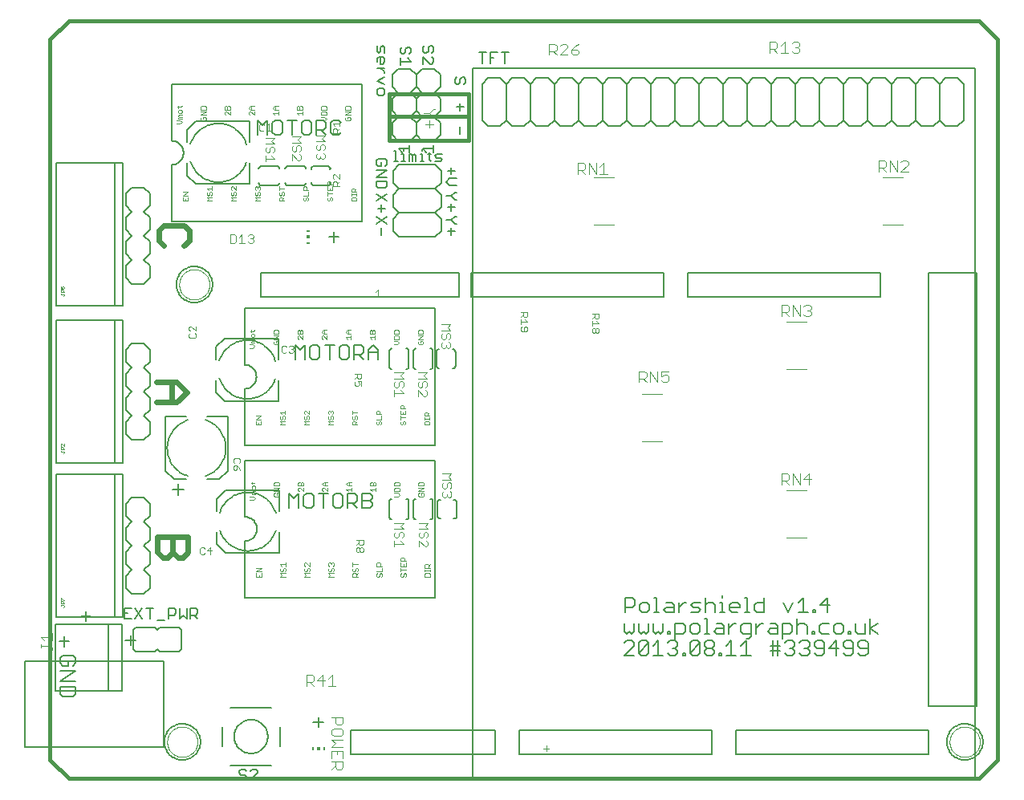
<source format=gto>
G75*
G70*
%OFA0B0*%
%FSLAX24Y24*%
%IPPOS*%
%LPD*%
%AMOC8*
5,1,8,0,0,1.08239X$1,22.5*
%
%ADD10C,0.0160*%
%ADD11C,0.0030*%
%ADD12C,0.0060*%
%ADD13C,0.0040*%
%ADD14C,0.0050*%
%ADD15C,0.0230*%
%ADD16C,0.0000*%
%ADD17R,0.0118X0.0059*%
%ADD18R,0.0118X0.0118*%
%ADD19C,0.0080*%
%ADD20C,0.0020*%
%ADD21C,0.0010*%
%ADD22R,0.0059X0.0118*%
D10*
X002220Y002007D02*
X003007Y001220D01*
X040803Y001220D01*
X041590Y002007D01*
X041590Y031929D01*
X040803Y032716D01*
X003007Y032716D01*
X002220Y031929D01*
X002220Y002007D01*
X016326Y027746D02*
X016326Y028731D01*
X016326Y029676D01*
X019628Y029676D01*
X019628Y028731D01*
X019628Y027746D01*
X016326Y027746D01*
X016326Y028731D02*
X019628Y028731D01*
D11*
X014255Y028523D02*
X014255Y028330D01*
X014255Y028426D02*
X013965Y028426D01*
X014062Y028330D01*
X014110Y028228D02*
X014158Y028180D01*
X014158Y028035D01*
X014158Y028132D02*
X014255Y028228D01*
X014110Y028228D02*
X014013Y028228D01*
X013965Y028180D01*
X013965Y028035D01*
X014255Y028035D01*
X013647Y027940D02*
X013523Y027817D01*
X013647Y027694D01*
X013276Y027694D01*
X013338Y027572D02*
X013276Y027510D01*
X013276Y027387D01*
X013338Y027325D01*
X013400Y027325D01*
X013461Y027387D01*
X013461Y027510D01*
X013523Y027572D01*
X013585Y027572D01*
X013647Y027510D01*
X013647Y027387D01*
X013585Y027325D01*
X013585Y027204D02*
X013647Y027142D01*
X013647Y027019D01*
X013585Y026957D01*
X013523Y026957D01*
X013461Y027019D01*
X013400Y026957D01*
X013338Y026957D01*
X013276Y027019D01*
X013276Y027142D01*
X013338Y027204D01*
X013461Y027080D02*
X013461Y027019D01*
X012647Y026969D02*
X012647Y027092D01*
X012585Y027154D01*
X012585Y027275D02*
X012647Y027337D01*
X012647Y027460D01*
X012585Y027522D01*
X012523Y027522D01*
X012461Y027460D01*
X012461Y027337D01*
X012400Y027275D01*
X012338Y027275D01*
X012276Y027337D01*
X012276Y027460D01*
X012338Y027522D01*
X012276Y027644D02*
X012647Y027644D01*
X012523Y027767D01*
X012647Y027890D01*
X012276Y027890D01*
X011547Y027840D02*
X011423Y027717D01*
X011547Y027594D01*
X011176Y027594D01*
X011238Y027472D02*
X011176Y027410D01*
X011176Y027287D01*
X011238Y027225D01*
X011300Y027225D01*
X011361Y027287D01*
X011361Y027410D01*
X011423Y027472D01*
X011485Y027472D01*
X011547Y027410D01*
X011547Y027287D01*
X011485Y027225D01*
X011423Y027104D02*
X011547Y026980D01*
X011176Y026980D01*
X011176Y026857D02*
X011176Y027104D01*
X011176Y027840D02*
X011547Y027840D01*
X011418Y028136D02*
X011225Y028136D01*
X011322Y028136D02*
X011322Y028426D01*
X011225Y028329D01*
X011124Y028378D02*
X011075Y028426D01*
X010979Y028426D01*
X010930Y028378D01*
X010930Y028184D01*
X010979Y028136D01*
X011075Y028136D01*
X011124Y028184D01*
X012276Y027154D02*
X012523Y026907D01*
X012585Y026907D01*
X012647Y026969D01*
X012276Y026907D02*
X012276Y027154D01*
X013276Y027940D02*
X013647Y027940D01*
X014013Y026323D02*
X013965Y026275D01*
X013965Y026178D01*
X014013Y026130D01*
X014013Y026028D02*
X014110Y026028D01*
X014158Y025980D01*
X014158Y025835D01*
X014158Y025932D02*
X014255Y026028D01*
X014255Y026130D02*
X014062Y026323D01*
X014013Y026323D01*
X014255Y026323D02*
X014255Y026130D01*
X014013Y026028D02*
X013965Y025980D01*
X013965Y025835D01*
X014255Y025835D01*
X015832Y021525D02*
X015832Y021235D01*
X015928Y021235D02*
X015735Y021235D01*
X015735Y021428D02*
X015832Y021525D01*
X018484Y020090D02*
X018855Y020090D01*
X018731Y019967D01*
X018855Y019844D01*
X018484Y019844D01*
X018546Y019722D02*
X018484Y019660D01*
X018484Y019537D01*
X018546Y019475D01*
X018608Y019475D01*
X018669Y019537D01*
X018669Y019660D01*
X018731Y019722D01*
X018793Y019722D01*
X018855Y019660D01*
X018855Y019537D01*
X018793Y019475D01*
X018793Y019354D02*
X018855Y019292D01*
X018855Y019169D01*
X018793Y019107D01*
X018731Y019107D01*
X018669Y019169D01*
X018608Y019107D01*
X018546Y019107D01*
X018484Y019169D01*
X018484Y019292D01*
X018546Y019354D01*
X018669Y019230D02*
X018669Y019169D01*
X017881Y018090D02*
X017757Y017967D01*
X017881Y017844D01*
X017511Y017844D01*
X017572Y017722D02*
X017511Y017660D01*
X017511Y017537D01*
X017572Y017475D01*
X017634Y017475D01*
X017696Y017537D01*
X017696Y017660D01*
X017757Y017722D01*
X017819Y017722D01*
X017881Y017660D01*
X017881Y017537D01*
X017819Y017475D01*
X017819Y017354D02*
X017881Y017292D01*
X017881Y017169D01*
X017819Y017107D01*
X017757Y017107D01*
X017511Y017354D01*
X017511Y017107D01*
X016897Y017230D02*
X016526Y017230D01*
X016526Y017107D02*
X016526Y017354D01*
X016588Y017475D02*
X016526Y017537D01*
X016526Y017660D01*
X016588Y017722D01*
X016526Y017844D02*
X016897Y017844D01*
X016773Y017967D01*
X016897Y018090D01*
X016526Y018090D01*
X016773Y017722D02*
X016711Y017660D01*
X016711Y017537D01*
X016650Y017475D01*
X016588Y017475D01*
X016773Y017354D02*
X016897Y017230D01*
X016835Y017475D02*
X016897Y017537D01*
X016897Y017660D01*
X016835Y017722D01*
X016773Y017722D01*
X017511Y018090D02*
X017881Y018090D01*
X015163Y018032D02*
X015163Y017887D01*
X015114Y017838D01*
X015018Y017838D01*
X014969Y017887D01*
X014969Y018032D01*
X014873Y018032D02*
X015163Y018032D01*
X014969Y017935D02*
X014873Y017838D01*
X014921Y017737D02*
X014873Y017689D01*
X014873Y017592D01*
X014921Y017544D01*
X015018Y017544D01*
X015066Y017592D01*
X015066Y017640D01*
X015018Y017737D01*
X015163Y017737D01*
X015163Y017544D01*
X012338Y018959D02*
X012290Y018911D01*
X012193Y018911D01*
X012145Y018959D01*
X012043Y018959D02*
X011995Y018911D01*
X011898Y018911D01*
X011850Y018959D01*
X011850Y019153D01*
X011898Y019201D01*
X011995Y019201D01*
X012043Y019153D01*
X012145Y019153D02*
X012193Y019201D01*
X012290Y019201D01*
X012338Y019153D01*
X012338Y019104D01*
X012290Y019056D01*
X012338Y019008D01*
X012338Y018959D01*
X012290Y019056D02*
X012241Y019056D01*
X008286Y019578D02*
X008286Y019675D01*
X008237Y019723D01*
X008286Y019824D02*
X008092Y020018D01*
X008044Y020018D01*
X007995Y019969D01*
X007995Y019873D01*
X008044Y019824D01*
X008044Y019723D02*
X007995Y019675D01*
X007995Y019578D01*
X008044Y019529D01*
X008237Y019529D01*
X008286Y019578D01*
X008286Y019824D02*
X008286Y020018D01*
X009886Y014527D02*
X009837Y014479D01*
X009837Y014382D01*
X009886Y014334D01*
X009886Y014233D02*
X009837Y014184D01*
X009837Y014087D01*
X009886Y014039D01*
X009934Y014039D01*
X009983Y014087D01*
X009983Y014233D01*
X009886Y014233D01*
X009983Y014233D02*
X010079Y014136D01*
X010128Y014039D01*
X010079Y014334D02*
X010128Y014382D01*
X010128Y014479D01*
X010079Y014527D01*
X009886Y014527D01*
X008893Y010832D02*
X008747Y010687D01*
X008941Y010687D01*
X008893Y010542D02*
X008893Y010832D01*
X008646Y010784D02*
X008598Y010832D01*
X008501Y010832D01*
X008453Y010784D01*
X008453Y010590D01*
X008501Y010542D01*
X008598Y010542D01*
X008646Y010590D01*
X014941Y010681D02*
X014990Y010633D01*
X015038Y010633D01*
X015087Y010681D01*
X015087Y010778D01*
X015135Y010826D01*
X015183Y010826D01*
X015232Y010778D01*
X015232Y010681D01*
X015183Y010633D01*
X015135Y010633D01*
X015087Y010681D01*
X015087Y010778D02*
X015038Y010826D01*
X014990Y010826D01*
X014941Y010778D01*
X014941Y010681D01*
X014941Y010928D02*
X015038Y011024D01*
X015038Y010976D02*
X015038Y011121D01*
X014941Y011121D02*
X015232Y011121D01*
X015232Y010976D01*
X015183Y010928D01*
X015087Y010928D01*
X015038Y010976D01*
X016526Y010981D02*
X016897Y010981D01*
X016773Y011105D01*
X016835Y011226D02*
X016897Y011288D01*
X016897Y011411D01*
X016835Y011473D01*
X016773Y011473D01*
X016711Y011411D01*
X016711Y011288D01*
X016650Y011226D01*
X016588Y011226D01*
X016526Y011288D01*
X016526Y011411D01*
X016588Y011473D01*
X016526Y011594D02*
X016897Y011594D01*
X016773Y011718D01*
X016897Y011841D01*
X016526Y011841D01*
X016526Y011105D02*
X016526Y010858D01*
X017550Y010858D02*
X017550Y011105D01*
X017797Y010858D01*
X017859Y010858D01*
X017920Y010919D01*
X017920Y011043D01*
X017859Y011105D01*
X017859Y011226D02*
X017920Y011288D01*
X017920Y011411D01*
X017859Y011473D01*
X017797Y011473D01*
X017735Y011411D01*
X017735Y011288D01*
X017673Y011226D01*
X017612Y011226D01*
X017550Y011288D01*
X017550Y011411D01*
X017612Y011473D01*
X017550Y011594D02*
X017920Y011594D01*
X017797Y011718D01*
X017920Y011841D01*
X017550Y011841D01*
X018585Y012908D02*
X018524Y012969D01*
X018524Y013093D01*
X018585Y013155D01*
X018585Y013276D02*
X018524Y013338D01*
X018524Y013461D01*
X018585Y013523D01*
X018524Y013644D02*
X018894Y013644D01*
X018770Y013768D01*
X018894Y013891D01*
X018524Y013891D01*
X018770Y013523D02*
X018709Y013461D01*
X018709Y013338D01*
X018647Y013276D01*
X018585Y013276D01*
X018832Y013276D02*
X018894Y013338D01*
X018894Y013461D01*
X018832Y013523D01*
X018770Y013523D01*
X018832Y013155D02*
X018894Y013093D01*
X018894Y012969D01*
X018832Y012908D01*
X018770Y012908D01*
X018709Y012969D01*
X018647Y012908D01*
X018585Y012908D01*
X018709Y012969D02*
X018709Y013031D01*
X021817Y019804D02*
X022010Y019804D01*
X022059Y019853D01*
X022059Y019950D01*
X022010Y019998D01*
X021962Y019998D01*
X021913Y019950D01*
X021913Y019804D01*
X021817Y019804D02*
X021768Y019853D01*
X021768Y019950D01*
X021817Y019998D01*
X021768Y020099D02*
X021768Y020293D01*
X021768Y020196D02*
X022059Y020196D01*
X021962Y020293D01*
X022010Y020394D02*
X021913Y020394D01*
X021865Y020442D01*
X021865Y020587D01*
X021865Y020491D02*
X021768Y020394D01*
X021768Y020587D02*
X022059Y020587D01*
X022059Y020442D01*
X022010Y020394D01*
X024735Y020337D02*
X024832Y020433D01*
X024832Y020385D02*
X024832Y020530D01*
X024735Y020530D02*
X025025Y020530D01*
X025025Y020385D01*
X024977Y020337D01*
X024880Y020337D01*
X024832Y020385D01*
X024928Y020235D02*
X025025Y020139D01*
X024735Y020139D01*
X024735Y020235D02*
X024735Y020042D01*
X024783Y019941D02*
X024735Y019892D01*
X024735Y019796D01*
X024783Y019747D01*
X024832Y019747D01*
X024880Y019796D01*
X024880Y019892D01*
X024928Y019941D01*
X024977Y019941D01*
X025025Y019892D01*
X025025Y019796D01*
X024977Y019747D01*
X024928Y019747D01*
X024880Y019796D01*
X024880Y019892D02*
X024832Y019941D01*
X024783Y019941D01*
X022832Y002607D02*
X022832Y002360D01*
X022709Y002483D02*
X022956Y002483D01*
D12*
X018217Y008748D02*
X010317Y008748D01*
X010317Y011098D01*
X010361Y011100D01*
X010404Y011106D01*
X010446Y011115D01*
X010488Y011128D01*
X010528Y011145D01*
X010567Y011165D01*
X010604Y011188D01*
X010638Y011215D01*
X010671Y011244D01*
X010700Y011277D01*
X010727Y011311D01*
X010750Y011348D01*
X010770Y011387D01*
X010787Y011427D01*
X010800Y011469D01*
X010809Y011511D01*
X010815Y011554D01*
X010817Y011598D01*
X010815Y011642D01*
X010809Y011685D01*
X010800Y011727D01*
X010787Y011769D01*
X010770Y011809D01*
X010750Y011848D01*
X010727Y011885D01*
X010700Y011919D01*
X010671Y011952D01*
X010638Y011981D01*
X010604Y012008D01*
X010567Y012031D01*
X010528Y012051D01*
X010488Y012068D01*
X010446Y012081D01*
X010404Y012090D01*
X010361Y012096D01*
X010317Y012098D01*
X010317Y014448D01*
X018217Y014448D01*
X018217Y008748D01*
X013364Y003784D02*
X013364Y003357D01*
X013150Y003570D02*
X013577Y003570D01*
X007691Y006610D02*
X007591Y006510D01*
X006791Y006510D01*
X006691Y006610D01*
X006591Y006510D01*
X005791Y006510D01*
X005691Y006610D01*
X005691Y007410D01*
X005791Y007510D01*
X006591Y007510D01*
X006691Y007410D01*
X006791Y007510D01*
X007591Y007510D01*
X007691Y007410D01*
X007691Y006610D01*
X005777Y006970D02*
X005350Y006970D01*
X005564Y006757D02*
X005564Y007184D01*
X003927Y007970D02*
X003500Y007970D01*
X003714Y007757D02*
X003714Y008184D01*
X002814Y007134D02*
X002814Y006707D01*
X002600Y006920D02*
X003027Y006920D01*
X003184Y006340D02*
X002757Y006340D01*
X002650Y006233D01*
X002650Y006020D01*
X002757Y005913D01*
X002970Y005913D01*
X002970Y006126D01*
X003184Y005913D02*
X003291Y006020D01*
X003291Y006233D01*
X003184Y006340D01*
X003291Y005695D02*
X002650Y005695D01*
X002650Y005268D02*
X003291Y005268D01*
X003291Y005051D02*
X002650Y005051D01*
X002650Y004731D01*
X002757Y004624D01*
X003184Y004624D01*
X003291Y004731D01*
X003291Y005051D01*
X003291Y005695D02*
X002650Y005268D01*
X007546Y012989D02*
X007546Y013456D01*
X007312Y013222D02*
X007780Y013222D01*
X010298Y015067D02*
X018198Y015067D01*
X018198Y020767D01*
X010298Y020767D01*
X010298Y018417D01*
X010342Y018415D01*
X010385Y018409D01*
X010427Y018400D01*
X010469Y018387D01*
X010509Y018370D01*
X010548Y018350D01*
X010585Y018327D01*
X010619Y018300D01*
X010652Y018271D01*
X010681Y018238D01*
X010708Y018204D01*
X010731Y018167D01*
X010751Y018128D01*
X010768Y018088D01*
X010781Y018046D01*
X010790Y018004D01*
X010796Y017961D01*
X010798Y017917D01*
X010796Y017873D01*
X010790Y017830D01*
X010781Y017788D01*
X010768Y017746D01*
X010751Y017706D01*
X010731Y017667D01*
X010708Y017630D01*
X010681Y017596D01*
X010652Y017563D01*
X010619Y017534D01*
X010585Y017507D01*
X010548Y017484D01*
X010509Y017464D01*
X010469Y017447D01*
X010427Y017434D01*
X010385Y017425D01*
X010342Y017419D01*
X010298Y017417D01*
X010298Y015067D01*
X014014Y023507D02*
X014014Y023934D01*
X014227Y023720D02*
X013800Y023720D01*
X015170Y024370D02*
X007270Y024370D01*
X007270Y026720D01*
X007314Y026722D01*
X007357Y026728D01*
X007399Y026737D01*
X007441Y026750D01*
X007481Y026767D01*
X007520Y026787D01*
X007557Y026810D01*
X007591Y026837D01*
X007624Y026866D01*
X007653Y026899D01*
X007680Y026933D01*
X007703Y026970D01*
X007723Y027009D01*
X007740Y027049D01*
X007753Y027091D01*
X007762Y027133D01*
X007768Y027176D01*
X007770Y027220D01*
X007768Y027264D01*
X007762Y027307D01*
X007753Y027349D01*
X007740Y027391D01*
X007723Y027431D01*
X007703Y027470D01*
X007680Y027507D01*
X007653Y027541D01*
X007624Y027574D01*
X007591Y027603D01*
X007557Y027630D01*
X007520Y027653D01*
X007481Y027673D01*
X007441Y027690D01*
X007399Y027703D01*
X007357Y027712D01*
X007314Y027718D01*
X007270Y027720D01*
X007270Y030070D01*
X015170Y030070D01*
X015170Y024370D01*
X015765Y024274D02*
X016206Y024568D01*
X016470Y024470D02*
X016720Y024720D01*
X018220Y024720D01*
X018470Y024970D01*
X018470Y025470D01*
X018220Y025720D01*
X018470Y025970D01*
X018470Y026470D01*
X018220Y026720D01*
X016720Y026720D01*
X016470Y026470D01*
X016470Y025970D01*
X016720Y025720D01*
X018220Y025720D01*
X018665Y026010D02*
X018812Y025864D01*
X019106Y025864D01*
X019106Y026157D02*
X018812Y026157D01*
X018665Y026010D01*
X018886Y026324D02*
X018886Y026618D01*
X019032Y026471D02*
X018739Y026471D01*
X018431Y026865D02*
X018211Y026865D01*
X018050Y026865D02*
X017977Y026939D01*
X017977Y027232D01*
X017904Y027159D02*
X018050Y027159D01*
X018211Y027086D02*
X018284Y027159D01*
X018504Y027159D01*
X018431Y027012D02*
X018284Y027012D01*
X018211Y027086D01*
X018431Y027012D02*
X018504Y026939D01*
X018431Y026865D01*
X017743Y026865D02*
X017597Y026865D01*
X017670Y026865D02*
X017670Y027159D01*
X017597Y027159D01*
X017670Y027306D02*
X017670Y027379D01*
X017686Y027717D02*
X017436Y027967D01*
X017436Y028467D01*
X017686Y028717D01*
X017436Y028967D01*
X017436Y029467D01*
X017686Y029717D01*
X017436Y029967D01*
X017436Y030467D01*
X017686Y030717D01*
X018186Y030717D01*
X018436Y030467D01*
X018436Y029967D01*
X018186Y029717D01*
X018436Y029467D01*
X018436Y028967D01*
X018186Y028717D01*
X018436Y028467D01*
X018436Y027967D01*
X018186Y027717D01*
X017686Y027717D01*
X017436Y027967D02*
X017436Y028467D01*
X017186Y028717D01*
X017436Y028967D01*
X017436Y029467D01*
X017186Y029717D01*
X017436Y029967D01*
X017436Y030467D01*
X017186Y030717D01*
X016686Y030717D01*
X016436Y030467D01*
X016436Y029967D01*
X016686Y029717D01*
X016436Y029467D01*
X016436Y028967D01*
X016686Y028717D01*
X016436Y028467D01*
X016436Y027967D01*
X016686Y027717D01*
X017186Y027717D01*
X017436Y027967D01*
X016903Y027379D02*
X016903Y027306D01*
X016903Y027159D02*
X016903Y026865D01*
X016976Y026865D02*
X016829Y026865D01*
X016669Y026865D02*
X016522Y026865D01*
X016596Y026865D02*
X016596Y027306D01*
X016522Y027306D01*
X016829Y027159D02*
X016903Y027159D01*
X017136Y027159D02*
X017210Y027159D01*
X017283Y027086D01*
X017356Y027159D01*
X017430Y027086D01*
X017430Y026865D01*
X017283Y026865D02*
X017283Y027086D01*
X017136Y027159D02*
X017136Y026865D01*
X016206Y026894D02*
X016206Y026747D01*
X016132Y026674D01*
X015986Y026674D02*
X015986Y026821D01*
X015986Y026674D02*
X015839Y026674D01*
X015765Y026747D01*
X015765Y026894D01*
X015839Y026968D01*
X016132Y026968D01*
X016206Y026894D01*
X016206Y026507D02*
X015765Y026214D01*
X016206Y026214D01*
X016206Y026047D02*
X015765Y026047D01*
X015765Y025827D01*
X015839Y025753D01*
X016132Y025753D01*
X016206Y025827D01*
X016206Y026047D01*
X016206Y026507D02*
X015765Y026507D01*
X015765Y025518D02*
X016206Y025224D01*
X015986Y025057D02*
X015986Y024764D01*
X016132Y024910D02*
X015839Y024910D01*
X015765Y025224D02*
X016206Y025518D01*
X016470Y025470D02*
X016720Y025720D01*
X016470Y025470D02*
X016470Y024970D01*
X016720Y024720D01*
X016470Y024470D02*
X016470Y023970D01*
X016720Y023720D01*
X018220Y023720D01*
X018470Y023970D01*
X018470Y024470D01*
X018220Y024720D01*
X018665Y024421D02*
X018886Y024421D01*
X019032Y024274D01*
X019106Y024274D01*
X018886Y024421D02*
X019032Y024568D01*
X019106Y024568D01*
X018886Y024814D02*
X018886Y025107D01*
X019032Y024960D02*
X018739Y024960D01*
X019032Y025274D02*
X019106Y025274D01*
X019032Y025274D02*
X018886Y025421D01*
X018665Y025421D01*
X018886Y025421D02*
X019032Y025568D01*
X019106Y025568D01*
X018886Y024107D02*
X018886Y023814D01*
X019032Y023960D02*
X018739Y023960D01*
X016206Y024274D02*
X015765Y024568D01*
X015986Y024107D02*
X015986Y023814D01*
X019259Y028003D02*
X019259Y028296D01*
X019259Y028976D02*
X019259Y029270D01*
X019406Y029123D02*
X019112Y029123D01*
X019112Y030061D02*
X019039Y030134D01*
X019039Y030281D01*
X019112Y030354D01*
X019259Y030281D02*
X019259Y030134D01*
X019186Y030061D01*
X019112Y030061D01*
X019259Y030281D02*
X019333Y030354D01*
X019406Y030354D01*
X019479Y030281D01*
X019479Y030134D01*
X019406Y030061D01*
X020177Y030084D02*
X020177Y028584D01*
X020427Y028334D01*
X020927Y028334D01*
X021177Y028584D01*
X021177Y030084D01*
X020927Y030334D01*
X020427Y030334D01*
X020177Y030084D01*
X021177Y030084D02*
X021427Y030334D01*
X021927Y030334D01*
X022177Y030084D01*
X022177Y028584D01*
X021927Y028334D01*
X021427Y028334D01*
X021177Y028584D01*
X022177Y028584D02*
X022427Y028334D01*
X022927Y028334D01*
X023177Y028584D01*
X023177Y030084D01*
X023427Y030334D01*
X023927Y030334D01*
X024177Y030084D01*
X024177Y028584D01*
X023927Y028334D01*
X023427Y028334D01*
X023177Y028584D01*
X024177Y028584D02*
X024427Y028334D01*
X024927Y028334D01*
X025177Y028584D01*
X025177Y030084D01*
X025427Y030334D01*
X025927Y030334D01*
X026177Y030084D01*
X026177Y028584D01*
X025927Y028334D01*
X025427Y028334D01*
X025177Y028584D01*
X026177Y028584D02*
X026427Y028334D01*
X026927Y028334D01*
X027177Y028584D01*
X027177Y030084D01*
X027427Y030334D01*
X027927Y030334D01*
X028177Y030084D01*
X028177Y028584D01*
X027927Y028334D01*
X027427Y028334D01*
X027177Y028584D01*
X028177Y028584D02*
X028427Y028334D01*
X028927Y028334D01*
X029177Y028584D01*
X029177Y030084D01*
X029427Y030334D01*
X029927Y030334D01*
X030177Y030084D01*
X030177Y028584D01*
X029927Y028334D01*
X029427Y028334D01*
X029177Y028584D01*
X030177Y028584D02*
X030427Y028334D01*
X030927Y028334D01*
X031177Y028584D01*
X031177Y030084D01*
X031427Y030334D01*
X031927Y030334D01*
X032177Y030084D01*
X032177Y028584D01*
X031927Y028334D01*
X031427Y028334D01*
X031177Y028584D01*
X032177Y028584D02*
X032427Y028334D01*
X032927Y028334D01*
X033177Y028584D01*
X033177Y030084D01*
X033427Y030334D01*
X033927Y030334D01*
X034177Y030084D01*
X034177Y028584D01*
X033927Y028334D01*
X033427Y028334D01*
X033177Y028584D01*
X034177Y028584D02*
X034427Y028334D01*
X034927Y028334D01*
X035177Y028584D01*
X035177Y030084D01*
X034927Y030334D01*
X034427Y030334D01*
X034177Y030084D01*
X035177Y030084D02*
X035427Y030334D01*
X035927Y030334D01*
X036177Y030084D01*
X036177Y028584D01*
X035927Y028334D01*
X035427Y028334D01*
X035177Y028584D01*
X036177Y028584D02*
X036427Y028334D01*
X036927Y028334D01*
X037177Y028584D01*
X037177Y030084D01*
X036927Y030334D01*
X036427Y030334D01*
X036177Y030084D01*
X037177Y030084D02*
X037427Y030334D01*
X037927Y030334D01*
X038177Y030084D01*
X038177Y028584D01*
X037927Y028334D01*
X037427Y028334D01*
X037177Y028584D01*
X038177Y028584D02*
X038427Y028334D01*
X038927Y028334D01*
X039177Y028584D01*
X039177Y030084D01*
X038927Y030334D01*
X038427Y030334D01*
X038177Y030084D01*
X039177Y030084D02*
X039427Y030334D01*
X039927Y030334D01*
X040177Y030084D01*
X040177Y028584D01*
X039927Y028334D01*
X039427Y028334D01*
X039177Y028584D01*
X033177Y030084D02*
X032927Y030334D01*
X032427Y030334D01*
X032177Y030084D01*
X031177Y030084D02*
X030927Y030334D01*
X030427Y030334D01*
X030177Y030084D01*
X029177Y030084D02*
X028927Y030334D01*
X028427Y030334D01*
X028177Y030084D01*
X027177Y030084D02*
X026927Y030334D01*
X026427Y030334D01*
X026177Y030084D01*
X025177Y030084D02*
X024927Y030334D01*
X024427Y030334D01*
X024177Y030084D01*
X023177Y030084D02*
X022927Y030334D01*
X022427Y030334D01*
X022177Y030084D01*
X018156Y030987D02*
X018156Y031134D01*
X018082Y031207D01*
X018082Y031374D02*
X018156Y031447D01*
X018156Y031594D01*
X018082Y031668D01*
X018009Y031668D01*
X017936Y031594D01*
X017936Y031447D01*
X017862Y031374D01*
X017789Y031374D01*
X017715Y031447D01*
X017715Y031594D01*
X017789Y031668D01*
X017715Y031207D02*
X018009Y030914D01*
X018082Y030914D01*
X018156Y030987D01*
X017715Y030914D02*
X017715Y031207D01*
X017211Y031397D02*
X017211Y031544D01*
X017137Y031618D01*
X017064Y031618D01*
X016991Y031544D01*
X016991Y031397D01*
X016917Y031324D01*
X016844Y031324D01*
X016770Y031397D01*
X016770Y031544D01*
X016844Y031618D01*
X017137Y031324D02*
X017211Y031397D01*
X017064Y031157D02*
X017211Y031010D01*
X016770Y031010D01*
X016770Y030864D02*
X016770Y031157D01*
X016109Y031134D02*
X016109Y030987D01*
X016036Y030914D01*
X015962Y030914D01*
X015962Y031207D01*
X015889Y031207D02*
X016036Y031207D01*
X016109Y031134D01*
X015889Y031207D02*
X015815Y031134D01*
X015815Y030987D01*
X015815Y030747D02*
X016109Y030747D01*
X015962Y030747D02*
X016109Y030600D01*
X016109Y030527D01*
X016109Y030363D02*
X015815Y030216D01*
X016109Y030070D01*
X016036Y029903D02*
X015889Y029903D01*
X015815Y029829D01*
X015815Y029683D01*
X015889Y029609D01*
X016036Y029609D01*
X016109Y029683D01*
X016109Y029829D01*
X016036Y029903D01*
X016109Y031374D02*
X016109Y031594D01*
X016036Y031668D01*
X015962Y031594D01*
X015962Y031447D01*
X015889Y031374D01*
X015815Y031447D01*
X015815Y031668D01*
D13*
X018135Y029022D02*
X017981Y028868D01*
X017751Y028868D01*
X017981Y028868D02*
X018135Y028715D01*
X018211Y028715D01*
X017981Y028561D02*
X017981Y028254D01*
X018135Y028408D02*
X017828Y028408D01*
X018135Y029022D02*
X018211Y029022D01*
X022960Y031286D02*
X022960Y031747D01*
X023191Y031747D01*
X023267Y031670D01*
X023267Y031517D01*
X023191Y031440D01*
X022960Y031440D01*
X023114Y031440D02*
X023267Y031286D01*
X023421Y031286D02*
X023728Y031593D01*
X023728Y031670D01*
X023651Y031747D01*
X023498Y031747D01*
X023421Y031670D01*
X023421Y031286D02*
X023728Y031286D01*
X023881Y031363D02*
X023958Y031286D01*
X024111Y031286D01*
X024188Y031363D01*
X024188Y031440D01*
X024111Y031517D01*
X023881Y031517D01*
X023881Y031363D01*
X023881Y031517D02*
X024035Y031670D01*
X024188Y031747D01*
X024140Y026800D02*
X024370Y026800D01*
X024447Y026724D01*
X024447Y026570D01*
X024370Y026493D01*
X024140Y026493D01*
X024140Y026340D02*
X024140Y026800D01*
X024293Y026493D02*
X024447Y026340D01*
X024600Y026340D02*
X024600Y026800D01*
X024907Y026340D01*
X024907Y026800D01*
X025061Y026647D02*
X025214Y026800D01*
X025214Y026340D01*
X025061Y026340D02*
X025368Y026340D01*
X025633Y026194D02*
X024807Y026194D01*
X024807Y024246D02*
X025633Y024246D01*
X032609Y020900D02*
X032609Y020440D01*
X032609Y020593D02*
X032839Y020593D01*
X032916Y020670D01*
X032916Y020824D01*
X032839Y020900D01*
X032609Y020900D01*
X032762Y020593D02*
X032916Y020440D01*
X033069Y020440D02*
X033069Y020900D01*
X033376Y020440D01*
X033376Y020900D01*
X033530Y020824D02*
X033606Y020900D01*
X033760Y020900D01*
X033837Y020824D01*
X033837Y020747D01*
X033760Y020670D01*
X033837Y020593D01*
X033837Y020517D01*
X033760Y020440D01*
X033606Y020440D01*
X033530Y020517D01*
X033683Y020670D02*
X033760Y020670D01*
X033633Y020194D02*
X032807Y020194D01*
X032807Y018246D02*
X033633Y018246D01*
X033760Y013900D02*
X033530Y013670D01*
X033837Y013670D01*
X033760Y013440D02*
X033760Y013900D01*
X033376Y013900D02*
X033376Y013440D01*
X033069Y013900D01*
X033069Y013440D01*
X032916Y013440D02*
X032762Y013593D01*
X032839Y013593D02*
X032609Y013593D01*
X032609Y013440D02*
X032609Y013900D01*
X032839Y013900D01*
X032916Y013824D01*
X032916Y013670D01*
X032839Y013593D01*
X032807Y013194D02*
X033633Y013194D01*
X033633Y011246D02*
X032807Y011246D01*
X027633Y015246D02*
X026807Y015246D01*
X026807Y017194D02*
X027633Y017194D01*
X027688Y017690D02*
X027611Y017767D01*
X027688Y017690D02*
X027841Y017690D01*
X027918Y017767D01*
X027918Y017920D01*
X027841Y017997D01*
X027764Y017997D01*
X027611Y017920D01*
X027611Y018150D01*
X027918Y018150D01*
X027457Y018150D02*
X027457Y017690D01*
X027150Y018150D01*
X027150Y017690D01*
X026997Y017690D02*
X026843Y017843D01*
X026920Y017843D02*
X026690Y017843D01*
X026690Y017690D02*
X026690Y018150D01*
X026920Y018150D01*
X026997Y018074D01*
X026997Y017920D01*
X026920Y017843D01*
X036807Y024246D02*
X037633Y024246D01*
X037633Y026194D02*
X036807Y026194D01*
X036947Y026440D02*
X036793Y026593D01*
X036870Y026593D02*
X036640Y026593D01*
X036640Y026440D02*
X036640Y026900D01*
X036870Y026900D01*
X036947Y026824D01*
X036947Y026670D01*
X036870Y026593D01*
X037100Y026440D02*
X037100Y026900D01*
X037407Y026440D01*
X037407Y026900D01*
X037561Y026824D02*
X037638Y026900D01*
X037791Y026900D01*
X037868Y026824D01*
X037868Y026747D01*
X037561Y026440D01*
X037868Y026440D01*
X033272Y031368D02*
X033119Y031368D01*
X033042Y031445D01*
X032888Y031368D02*
X032581Y031368D01*
X032428Y031368D02*
X032275Y031521D01*
X032351Y031521D02*
X032121Y031521D01*
X032121Y031368D02*
X032121Y031828D01*
X032351Y031828D01*
X032428Y031752D01*
X032428Y031598D01*
X032351Y031521D01*
X032581Y031675D02*
X032735Y031828D01*
X032735Y031368D01*
X033042Y031752D02*
X033119Y031828D01*
X033272Y031828D01*
X033349Y031752D01*
X033349Y031675D01*
X033272Y031598D01*
X033349Y031521D01*
X033349Y031445D01*
X033272Y031368D01*
X033272Y031598D02*
X033195Y031598D01*
X010677Y023773D02*
X010677Y023712D01*
X010617Y023652D01*
X010677Y023592D01*
X010677Y023532D01*
X010617Y023472D01*
X010497Y023472D01*
X010437Y023532D01*
X010309Y023472D02*
X010068Y023472D01*
X010189Y023472D02*
X010189Y023833D01*
X010068Y023712D01*
X009940Y023773D02*
X009880Y023833D01*
X009700Y023833D01*
X009700Y023472D01*
X009880Y023472D01*
X009940Y023532D01*
X009940Y023773D01*
X010437Y023773D02*
X010497Y023833D01*
X010617Y023833D01*
X010677Y023773D01*
X010617Y023652D02*
X010557Y023652D01*
X002301Y007267D02*
X002301Y006960D01*
X002301Y007114D02*
X001840Y007114D01*
X001994Y006960D01*
X001840Y006807D02*
X001840Y006653D01*
X001840Y006730D02*
X002224Y006730D01*
X002301Y006653D01*
X002301Y006577D01*
X002224Y006500D01*
X012868Y005536D02*
X012868Y005075D01*
X012868Y005229D02*
X013099Y005229D01*
X013175Y005306D01*
X013175Y005459D01*
X013099Y005536D01*
X012868Y005536D01*
X013022Y005229D02*
X013175Y005075D01*
X013329Y005306D02*
X013636Y005306D01*
X013789Y005382D02*
X013943Y005536D01*
X013943Y005075D01*
X014096Y005075D02*
X013789Y005075D01*
X013559Y005075D02*
X013559Y005536D01*
X013329Y005306D01*
X013921Y003764D02*
X014382Y003764D01*
X014382Y003534D01*
X014305Y003457D01*
X014152Y003457D01*
X014075Y003534D01*
X014075Y003764D01*
X013998Y003304D02*
X013921Y003227D01*
X013921Y003074D01*
X013998Y002997D01*
X014305Y002997D01*
X014382Y003074D01*
X014382Y003227D01*
X014305Y003304D01*
X013998Y003304D01*
X013921Y002843D02*
X014075Y002690D01*
X013921Y002536D01*
X014382Y002536D01*
X014382Y002383D02*
X013921Y002383D01*
X013921Y002076D01*
X013921Y001923D02*
X014382Y001923D01*
X014382Y001692D01*
X014305Y001616D01*
X014152Y001616D01*
X014075Y001692D01*
X014075Y001923D01*
X014075Y001769D02*
X013921Y001616D01*
X014382Y002076D02*
X014382Y002383D01*
X014152Y002383D02*
X014152Y002230D01*
X014382Y002843D02*
X013921Y002843D01*
D14*
X014720Y003251D02*
X020720Y003251D01*
X020720Y002251D01*
X014720Y002251D01*
X014720Y003251D01*
X010844Y001528D02*
X010769Y001603D01*
X010619Y001603D01*
X010544Y001528D01*
X010384Y001528D02*
X010309Y001603D01*
X010159Y001603D01*
X010084Y001528D01*
X010084Y001453D01*
X010159Y001378D01*
X010309Y001378D01*
X010384Y001303D01*
X010384Y001228D01*
X010309Y001152D01*
X010159Y001152D01*
X010084Y001228D01*
X010544Y001152D02*
X010844Y001453D01*
X010844Y001528D01*
X010844Y001152D02*
X010544Y001152D01*
X006970Y002751D02*
X006972Y002805D01*
X006978Y002859D01*
X006988Y002912D01*
X007001Y002965D01*
X007018Y003016D01*
X007039Y003066D01*
X007064Y003114D01*
X007092Y003161D01*
X007123Y003205D01*
X007157Y003247D01*
X007194Y003286D01*
X007234Y003323D01*
X007277Y003356D01*
X007322Y003387D01*
X007369Y003414D01*
X007417Y003437D01*
X007468Y003457D01*
X007519Y003474D01*
X007572Y003486D01*
X007625Y003495D01*
X007679Y003500D01*
X007734Y003501D01*
X007788Y003498D01*
X007841Y003491D01*
X007894Y003480D01*
X007947Y003466D01*
X007998Y003448D01*
X008047Y003426D01*
X008095Y003401D01*
X008141Y003372D01*
X008185Y003340D01*
X008226Y003305D01*
X008264Y003267D01*
X008300Y003226D01*
X008333Y003183D01*
X008363Y003138D01*
X008389Y003090D01*
X008412Y003041D01*
X008431Y002990D01*
X008446Y002939D01*
X008458Y002886D01*
X008466Y002832D01*
X008470Y002778D01*
X008470Y002724D01*
X008466Y002670D01*
X008458Y002616D01*
X008446Y002563D01*
X008431Y002512D01*
X008412Y002461D01*
X008389Y002412D01*
X008363Y002364D01*
X008333Y002319D01*
X008300Y002276D01*
X008264Y002235D01*
X008226Y002197D01*
X008185Y002162D01*
X008141Y002130D01*
X008095Y002101D01*
X008047Y002076D01*
X007998Y002054D01*
X007947Y002036D01*
X007894Y002022D01*
X007841Y002011D01*
X007788Y002004D01*
X007734Y002001D01*
X007679Y002002D01*
X007625Y002007D01*
X007572Y002016D01*
X007519Y002028D01*
X007468Y002045D01*
X007417Y002065D01*
X007369Y002088D01*
X007322Y002115D01*
X007277Y002146D01*
X007234Y002179D01*
X007194Y002216D01*
X007157Y002255D01*
X007123Y002297D01*
X007092Y002341D01*
X007064Y002388D01*
X007039Y002436D01*
X007018Y002486D01*
X007001Y002537D01*
X006988Y002590D01*
X006978Y002643D01*
X006972Y002697D01*
X006970Y002751D01*
X006933Y002547D02*
X001185Y002547D01*
X001185Y006090D01*
X006933Y006090D01*
X006933Y002547D01*
X005207Y004881D02*
X004655Y004881D01*
X004655Y007637D01*
X002451Y007637D01*
X002451Y004881D01*
X004655Y004881D01*
X005207Y004881D02*
X005207Y007637D01*
X004655Y007637D01*
X005297Y007861D02*
X005297Y008311D01*
X005597Y008311D01*
X005757Y008311D02*
X006058Y007861D01*
X005757Y007861D02*
X006058Y008311D01*
X006218Y008311D02*
X006518Y008311D01*
X006368Y008311D02*
X006368Y007861D01*
X006678Y007786D02*
X006978Y007786D01*
X007139Y007861D02*
X007139Y008311D01*
X007364Y008311D01*
X007439Y008236D01*
X007439Y008086D01*
X007364Y008011D01*
X007139Y008011D01*
X007599Y007861D02*
X007749Y008011D01*
X007899Y007861D01*
X007899Y008311D01*
X008059Y008311D02*
X008285Y008311D01*
X008360Y008236D01*
X008360Y008086D01*
X008285Y008011D01*
X008059Y008011D01*
X008059Y007861D02*
X008059Y008311D01*
X008209Y008011D02*
X008360Y007861D01*
X007599Y007861D02*
X007599Y008311D01*
X005597Y007861D02*
X005297Y007861D01*
X005297Y008086D02*
X005447Y008086D01*
X012154Y012472D02*
X012154Y013083D01*
X012358Y012879D01*
X012561Y013083D01*
X012561Y012472D01*
X012762Y012574D02*
X012762Y012981D01*
X012864Y013083D01*
X013067Y013083D01*
X013169Y012981D01*
X013169Y012574D01*
X013067Y012472D01*
X012864Y012472D01*
X012762Y012574D01*
X013369Y013083D02*
X013777Y013083D01*
X013573Y013083D02*
X013573Y012472D01*
X013977Y012574D02*
X013977Y012981D01*
X014079Y013083D01*
X014282Y013083D01*
X014384Y012981D01*
X014384Y012574D01*
X014282Y012472D01*
X014079Y012472D01*
X013977Y012574D01*
X014585Y012676D02*
X014890Y012676D01*
X014992Y012777D01*
X014992Y012981D01*
X014890Y013083D01*
X014585Y013083D01*
X014585Y012472D01*
X014788Y012676D02*
X014992Y012472D01*
X015193Y012472D02*
X015498Y012472D01*
X015600Y012574D01*
X015600Y012676D01*
X015498Y012777D01*
X015193Y012777D01*
X015193Y012472D02*
X015193Y013083D01*
X015498Y013083D01*
X015600Y012981D01*
X015600Y012879D01*
X015498Y012777D01*
X015454Y018622D02*
X015454Y019029D01*
X015658Y019233D01*
X015861Y019029D01*
X015861Y018622D01*
X015861Y018927D02*
X015454Y018927D01*
X015253Y018927D02*
X015152Y018826D01*
X014846Y018826D01*
X014846Y018622D02*
X014846Y019233D01*
X015152Y019233D01*
X015253Y019131D01*
X015253Y018927D01*
X015050Y018826D02*
X015253Y018622D01*
X014646Y018724D02*
X014646Y019131D01*
X014544Y019233D01*
X014340Y019233D01*
X014239Y019131D01*
X014239Y018724D01*
X014340Y018622D01*
X014544Y018622D01*
X014646Y018724D01*
X014038Y019233D02*
X013631Y019233D01*
X013834Y019233D02*
X013834Y018622D01*
X013430Y018724D02*
X013430Y019131D01*
X013328Y019233D01*
X013125Y019233D01*
X013023Y019131D01*
X013023Y018724D01*
X013125Y018622D01*
X013328Y018622D01*
X013430Y018724D01*
X012822Y018622D02*
X012822Y019233D01*
X012619Y019029D01*
X012415Y019233D01*
X012415Y018622D01*
X010970Y021251D02*
X010970Y022251D01*
X019220Y022251D01*
X019220Y021251D01*
X010970Y021251D01*
X007470Y021751D02*
X007472Y021805D01*
X007478Y021859D01*
X007488Y021912D01*
X007501Y021965D01*
X007518Y022016D01*
X007539Y022066D01*
X007564Y022114D01*
X007592Y022161D01*
X007623Y022205D01*
X007657Y022247D01*
X007694Y022286D01*
X007734Y022323D01*
X007777Y022356D01*
X007822Y022387D01*
X007869Y022414D01*
X007917Y022437D01*
X007968Y022457D01*
X008019Y022474D01*
X008072Y022486D01*
X008125Y022495D01*
X008179Y022500D01*
X008234Y022501D01*
X008288Y022498D01*
X008341Y022491D01*
X008394Y022480D01*
X008447Y022466D01*
X008498Y022448D01*
X008547Y022426D01*
X008595Y022401D01*
X008641Y022372D01*
X008685Y022340D01*
X008726Y022305D01*
X008764Y022267D01*
X008800Y022226D01*
X008833Y022183D01*
X008863Y022138D01*
X008889Y022090D01*
X008912Y022041D01*
X008931Y021990D01*
X008946Y021939D01*
X008958Y021886D01*
X008966Y021832D01*
X008970Y021778D01*
X008970Y021724D01*
X008966Y021670D01*
X008958Y021616D01*
X008946Y021563D01*
X008931Y021512D01*
X008912Y021461D01*
X008889Y021412D01*
X008863Y021364D01*
X008833Y021319D01*
X008800Y021276D01*
X008764Y021235D01*
X008726Y021197D01*
X008685Y021162D01*
X008641Y021130D01*
X008595Y021101D01*
X008547Y021076D01*
X008498Y021054D01*
X008447Y021036D01*
X008394Y021022D01*
X008341Y021011D01*
X008288Y021004D01*
X008234Y021001D01*
X008179Y021002D01*
X008125Y021007D01*
X008072Y021016D01*
X008019Y021028D01*
X007968Y021045D01*
X007917Y021065D01*
X007869Y021088D01*
X007822Y021115D01*
X007777Y021146D01*
X007734Y021179D01*
X007694Y021216D01*
X007657Y021255D01*
X007623Y021297D01*
X007592Y021341D01*
X007564Y021388D01*
X007539Y021436D01*
X007518Y021486D01*
X007501Y021537D01*
X007488Y021590D01*
X007478Y021643D01*
X007472Y021697D01*
X007470Y021751D01*
X010854Y027972D02*
X010854Y028583D01*
X011058Y028379D01*
X011261Y028583D01*
X011261Y027972D01*
X011462Y028074D02*
X011462Y028481D01*
X011564Y028583D01*
X011767Y028583D01*
X011869Y028481D01*
X011869Y028074D01*
X011767Y027972D01*
X011564Y027972D01*
X011462Y028074D01*
X012069Y028583D02*
X012477Y028583D01*
X012273Y028583D02*
X012273Y027972D01*
X012677Y028074D02*
X012677Y028481D01*
X012779Y028583D01*
X012982Y028583D01*
X013084Y028481D01*
X013084Y028074D01*
X012982Y027972D01*
X012779Y027972D01*
X012677Y028074D01*
X013285Y028176D02*
X013590Y028176D01*
X013692Y028277D01*
X013692Y028481D01*
X013590Y028583D01*
X013285Y028583D01*
X013285Y027972D01*
X013488Y028176D02*
X013692Y027972D01*
X013893Y028074D02*
X013994Y027972D01*
X014198Y027972D01*
X014300Y028074D01*
X014300Y028481D02*
X014198Y028583D01*
X013994Y028583D01*
X013893Y028481D01*
X013893Y028074D01*
X016710Y027392D02*
X017161Y027392D01*
X017161Y027242D02*
X017161Y027542D01*
X016861Y027242D02*
X016710Y027392D01*
X017710Y027392D02*
X018161Y027392D01*
X018161Y027242D02*
X018161Y027542D01*
X017861Y027242D02*
X017710Y027392D01*
X019787Y030732D02*
X019787Y001204D01*
X040653Y001204D01*
X040653Y030732D01*
X019787Y030732D01*
X020196Y030945D02*
X020196Y031395D01*
X020046Y031395D02*
X020346Y031395D01*
X020507Y031395D02*
X020807Y031395D01*
X020967Y031395D02*
X021267Y031395D01*
X021117Y031395D02*
X021117Y030945D01*
X020657Y031170D02*
X020507Y031170D01*
X020507Y030945D02*
X020507Y031395D01*
X019720Y022251D02*
X027720Y022251D01*
X027720Y021251D01*
X019720Y021251D01*
X019720Y022251D01*
X028720Y022251D02*
X028720Y021251D01*
X036720Y021251D01*
X036720Y022251D01*
X028720Y022251D01*
X038720Y022251D02*
X038720Y004251D01*
X040720Y004251D01*
X040720Y022251D01*
X038720Y022251D01*
X034514Y008737D02*
X034209Y008432D01*
X034616Y008432D01*
X034514Y008737D02*
X034514Y008126D01*
X034576Y007657D02*
X034271Y007657D01*
X034169Y007555D01*
X034169Y007351D01*
X034271Y007250D01*
X034576Y007250D01*
X034777Y007351D02*
X034879Y007250D01*
X035082Y007250D01*
X035184Y007351D01*
X035184Y007555D01*
X035082Y007657D01*
X034879Y007657D01*
X034777Y007555D01*
X034777Y007351D01*
X034880Y006955D02*
X034574Y006649D01*
X034981Y006649D01*
X035182Y006751D02*
X035284Y006649D01*
X035589Y006649D01*
X035589Y006446D02*
X035589Y006853D01*
X035487Y006955D01*
X035284Y006955D01*
X035182Y006853D01*
X035182Y006751D01*
X035182Y006446D02*
X035284Y006344D01*
X035487Y006344D01*
X035589Y006446D01*
X035790Y006446D02*
X035892Y006344D01*
X036095Y006344D01*
X036197Y006446D01*
X036197Y006853D01*
X036095Y006955D01*
X035892Y006955D01*
X035790Y006853D01*
X035790Y006751D01*
X035892Y006649D01*
X036197Y006649D01*
X036296Y007250D02*
X036296Y007860D01*
X036095Y007657D02*
X036095Y007250D01*
X035790Y007250D01*
X035688Y007351D01*
X035688Y007657D01*
X035486Y007351D02*
X035486Y007250D01*
X035385Y007250D01*
X035385Y007351D01*
X035486Y007351D01*
X034880Y006955D02*
X034880Y006344D01*
X034374Y006446D02*
X034374Y006853D01*
X034272Y006955D01*
X034068Y006955D01*
X033967Y006853D01*
X033967Y006751D01*
X034068Y006649D01*
X034374Y006649D01*
X034374Y006446D02*
X034272Y006344D01*
X034068Y006344D01*
X033967Y006446D01*
X033766Y006446D02*
X033766Y006548D01*
X033664Y006649D01*
X033562Y006649D01*
X033664Y006649D02*
X033766Y006751D01*
X033766Y006853D01*
X033664Y006955D01*
X033461Y006955D01*
X033359Y006853D01*
X033158Y006853D02*
X033158Y006751D01*
X033056Y006649D01*
X033158Y006548D01*
X033158Y006446D01*
X033056Y006344D01*
X032853Y006344D01*
X032751Y006446D01*
X032550Y006548D02*
X032143Y006548D01*
X032143Y006751D02*
X032449Y006751D01*
X032550Y006751D01*
X032751Y006853D02*
X032853Y006955D01*
X033056Y006955D01*
X033158Y006853D01*
X033056Y006649D02*
X032955Y006649D01*
X033359Y006446D02*
X033461Y006344D01*
X033664Y006344D01*
X033766Y006446D01*
X032650Y007046D02*
X032650Y007657D01*
X032955Y007657D01*
X033057Y007555D01*
X033057Y007351D01*
X032955Y007250D01*
X032650Y007250D01*
X032449Y007250D02*
X032144Y007250D01*
X032042Y007351D01*
X032144Y007453D01*
X032449Y007453D01*
X032449Y007555D02*
X032449Y007250D01*
X032449Y006955D02*
X032449Y006344D01*
X032245Y006344D02*
X032245Y006955D01*
X032449Y007555D02*
X032347Y007657D01*
X032144Y007657D01*
X031841Y007657D02*
X031739Y007657D01*
X031536Y007453D01*
X031536Y007250D02*
X031536Y007657D01*
X031335Y007657D02*
X031030Y007657D01*
X030928Y007555D01*
X030928Y007351D01*
X031030Y007250D01*
X031335Y007250D01*
X031335Y007148D02*
X031233Y007046D01*
X031132Y007046D01*
X031132Y006955D02*
X031132Y006344D01*
X031335Y006344D02*
X030928Y006344D01*
X030727Y006344D02*
X030320Y006344D01*
X030118Y006344D02*
X030016Y006344D01*
X030016Y006446D01*
X030118Y006446D01*
X030118Y006344D01*
X029816Y006446D02*
X029816Y006548D01*
X029714Y006649D01*
X029510Y006649D01*
X029409Y006751D01*
X029409Y006853D01*
X029510Y006955D01*
X029714Y006955D01*
X029816Y006853D01*
X029816Y006751D01*
X029714Y006649D01*
X029510Y006649D02*
X029409Y006548D01*
X029409Y006446D01*
X029510Y006344D01*
X029714Y006344D01*
X029816Y006446D01*
X030320Y006751D02*
X030524Y006955D01*
X030524Y006344D01*
X030928Y006751D02*
X031132Y006955D01*
X031335Y007148D02*
X031335Y007657D01*
X031272Y008126D02*
X031069Y008126D01*
X031170Y008126D02*
X031170Y008737D01*
X031069Y008737D01*
X030766Y008534D02*
X030868Y008432D01*
X030868Y008330D01*
X030461Y008330D01*
X030461Y008228D02*
X030461Y008432D01*
X030563Y008534D01*
X030766Y008534D01*
X030766Y008126D02*
X030563Y008126D01*
X030461Y008228D01*
X030259Y008126D02*
X030056Y008126D01*
X030158Y008126D02*
X030158Y008534D01*
X030056Y008534D01*
X029855Y008432D02*
X029855Y008126D01*
X029855Y008432D02*
X029753Y008534D01*
X029550Y008534D01*
X029448Y008432D01*
X029247Y008534D02*
X028942Y008534D01*
X028840Y008432D01*
X028942Y008330D01*
X029146Y008330D01*
X029247Y008228D01*
X029146Y008126D01*
X028840Y008126D01*
X028639Y008534D02*
X028537Y008534D01*
X028334Y008330D01*
X028133Y008330D02*
X027828Y008330D01*
X027726Y008228D01*
X027828Y008126D01*
X028133Y008126D01*
X028133Y008432D01*
X028031Y008534D01*
X027828Y008534D01*
X027423Y008737D02*
X027423Y008126D01*
X027321Y008126D02*
X027525Y008126D01*
X027120Y008228D02*
X027120Y008432D01*
X027019Y008534D01*
X026815Y008534D01*
X026713Y008432D01*
X026713Y008228D01*
X026815Y008126D01*
X027019Y008126D01*
X027120Y008228D01*
X027081Y007657D02*
X027081Y007351D01*
X026979Y007250D01*
X026877Y007351D01*
X026776Y007250D01*
X026674Y007351D01*
X026674Y007657D01*
X026473Y007657D02*
X026473Y007351D01*
X026372Y007250D01*
X026270Y007351D01*
X026168Y007250D01*
X026066Y007351D01*
X026066Y007657D01*
X026106Y008126D02*
X026106Y008737D01*
X026411Y008737D01*
X026513Y008635D01*
X026513Y008432D01*
X026411Y008330D01*
X026106Y008330D01*
X027321Y008737D02*
X027423Y008737D01*
X028334Y008534D02*
X028334Y008126D01*
X028193Y007657D02*
X028499Y007657D01*
X028600Y007555D01*
X028600Y007351D01*
X028499Y007250D01*
X028193Y007250D01*
X027991Y007250D02*
X027889Y007250D01*
X027889Y007351D01*
X027991Y007351D01*
X027991Y007250D01*
X028193Y007046D02*
X028193Y007657D01*
X027689Y007657D02*
X027689Y007351D01*
X027587Y007250D01*
X027485Y007351D01*
X027383Y007250D01*
X027282Y007351D01*
X027282Y007657D01*
X027485Y006955D02*
X027485Y006344D01*
X027282Y006344D02*
X027689Y006344D01*
X027889Y006446D02*
X027991Y006344D01*
X028195Y006344D01*
X028296Y006446D01*
X028296Y006548D01*
X028195Y006649D01*
X028093Y006649D01*
X028195Y006649D02*
X028296Y006751D01*
X028296Y006853D01*
X028195Y006955D01*
X027991Y006955D01*
X027889Y006853D01*
X027485Y006955D02*
X027282Y006751D01*
X027081Y006853D02*
X026674Y006446D01*
X026776Y006344D01*
X026979Y006344D01*
X027081Y006446D01*
X027081Y006853D01*
X026979Y006955D01*
X026776Y006955D01*
X026674Y006853D01*
X026674Y006446D01*
X026473Y006344D02*
X026066Y006344D01*
X026473Y006751D01*
X026473Y006853D01*
X026372Y006955D01*
X026168Y006955D01*
X026066Y006853D01*
X028497Y006446D02*
X028599Y006446D01*
X028599Y006344D01*
X028497Y006344D01*
X028497Y006446D01*
X028801Y006446D02*
X028801Y006853D01*
X028903Y006955D01*
X029106Y006955D01*
X029208Y006853D01*
X028801Y006446D01*
X028903Y006344D01*
X029106Y006344D01*
X029208Y006446D01*
X029208Y006853D01*
X029106Y007250D02*
X028903Y007250D01*
X028801Y007351D01*
X028801Y007555D01*
X028903Y007657D01*
X029106Y007657D01*
X029208Y007555D01*
X029208Y007351D01*
X029106Y007250D01*
X029409Y007250D02*
X029612Y007250D01*
X029510Y007250D02*
X029510Y007860D01*
X029409Y007860D01*
X029448Y008126D02*
X029448Y008737D01*
X030158Y008737D02*
X030158Y008839D01*
X030119Y007657D02*
X029916Y007657D01*
X030119Y007657D02*
X030221Y007555D01*
X030221Y007250D01*
X029916Y007250D01*
X029814Y007351D01*
X029916Y007453D01*
X030221Y007453D01*
X030422Y007453D02*
X030625Y007657D01*
X030727Y007657D01*
X030422Y007657D02*
X030422Y007250D01*
X031474Y008228D02*
X031474Y008432D01*
X031576Y008534D01*
X031881Y008534D01*
X031881Y008737D02*
X031881Y008126D01*
X031576Y008126D01*
X031474Y008228D01*
X032689Y008534D02*
X032893Y008126D01*
X033096Y008534D01*
X033297Y008534D02*
X033500Y008737D01*
X033500Y008126D01*
X033297Y008126D02*
X033704Y008126D01*
X033905Y008126D02*
X034006Y008126D01*
X034006Y008228D01*
X033905Y008228D01*
X033905Y008126D01*
X033563Y007657D02*
X033665Y007555D01*
X033665Y007250D01*
X033865Y007250D02*
X033967Y007250D01*
X033967Y007351D01*
X033865Y007351D01*
X033865Y007250D01*
X033563Y007657D02*
X033359Y007657D01*
X033258Y007555D01*
X033258Y007860D02*
X033258Y007250D01*
X036296Y007453D02*
X036601Y007657D01*
X036296Y007453D02*
X036601Y007250D01*
X038720Y003251D02*
X038720Y002251D01*
X030720Y002251D01*
X030720Y003251D01*
X038720Y003251D01*
X039470Y002751D02*
X039472Y002805D01*
X039478Y002859D01*
X039488Y002912D01*
X039501Y002965D01*
X039518Y003016D01*
X039539Y003066D01*
X039564Y003114D01*
X039592Y003161D01*
X039623Y003205D01*
X039657Y003247D01*
X039694Y003286D01*
X039734Y003323D01*
X039777Y003356D01*
X039822Y003387D01*
X039869Y003414D01*
X039917Y003437D01*
X039968Y003457D01*
X040019Y003474D01*
X040072Y003486D01*
X040125Y003495D01*
X040179Y003500D01*
X040234Y003501D01*
X040288Y003498D01*
X040341Y003491D01*
X040394Y003480D01*
X040447Y003466D01*
X040498Y003448D01*
X040547Y003426D01*
X040595Y003401D01*
X040641Y003372D01*
X040685Y003340D01*
X040726Y003305D01*
X040764Y003267D01*
X040800Y003226D01*
X040833Y003183D01*
X040863Y003138D01*
X040889Y003090D01*
X040912Y003041D01*
X040931Y002990D01*
X040946Y002939D01*
X040958Y002886D01*
X040966Y002832D01*
X040970Y002778D01*
X040970Y002724D01*
X040966Y002670D01*
X040958Y002616D01*
X040946Y002563D01*
X040931Y002512D01*
X040912Y002461D01*
X040889Y002412D01*
X040863Y002364D01*
X040833Y002319D01*
X040800Y002276D01*
X040764Y002235D01*
X040726Y002197D01*
X040685Y002162D01*
X040641Y002130D01*
X040595Y002101D01*
X040547Y002076D01*
X040498Y002054D01*
X040447Y002036D01*
X040394Y002022D01*
X040341Y002011D01*
X040288Y002004D01*
X040234Y002001D01*
X040179Y002002D01*
X040125Y002007D01*
X040072Y002016D01*
X040019Y002028D01*
X039968Y002045D01*
X039917Y002065D01*
X039869Y002088D01*
X039822Y002115D01*
X039777Y002146D01*
X039734Y002179D01*
X039694Y002216D01*
X039657Y002255D01*
X039623Y002297D01*
X039592Y002341D01*
X039564Y002388D01*
X039539Y002436D01*
X039518Y002486D01*
X039501Y002537D01*
X039488Y002590D01*
X039478Y002643D01*
X039472Y002697D01*
X039470Y002751D01*
X029720Y002251D02*
X021720Y002251D01*
X021720Y003251D01*
X029720Y003251D01*
X029720Y002251D01*
D15*
X007956Y010619D02*
X007744Y010408D01*
X007532Y010408D01*
X007321Y010619D01*
X007321Y011255D01*
X007956Y011255D02*
X006685Y011255D01*
X006685Y010619D01*
X006897Y010408D01*
X007109Y010408D01*
X007321Y010619D01*
X007956Y010619D02*
X007956Y011255D01*
X007482Y016858D02*
X006635Y016858D01*
X007271Y016858D02*
X007271Y017705D01*
X007482Y017705D02*
X006635Y017705D01*
X007482Y017705D02*
X007906Y017281D01*
X007482Y016858D01*
X007794Y023358D02*
X008006Y023569D01*
X008006Y023993D01*
X007794Y024205D01*
X006947Y024205D01*
X006735Y023993D01*
X006735Y023569D01*
X006947Y023358D01*
D16*
X007590Y021751D02*
X007592Y021801D01*
X007598Y021851D01*
X007608Y021900D01*
X007622Y021948D01*
X007639Y021995D01*
X007660Y022040D01*
X007685Y022084D01*
X007713Y022125D01*
X007745Y022164D01*
X007779Y022201D01*
X007816Y022235D01*
X007856Y022265D01*
X007898Y022292D01*
X007942Y022316D01*
X007988Y022337D01*
X008035Y022353D01*
X008083Y022366D01*
X008133Y022375D01*
X008182Y022380D01*
X008233Y022381D01*
X008283Y022378D01*
X008332Y022371D01*
X008381Y022360D01*
X008429Y022345D01*
X008475Y022327D01*
X008520Y022305D01*
X008563Y022279D01*
X008604Y022250D01*
X008643Y022218D01*
X008679Y022183D01*
X008711Y022145D01*
X008741Y022105D01*
X008768Y022062D01*
X008791Y022018D01*
X008810Y021972D01*
X008826Y021924D01*
X008838Y021875D01*
X008846Y021826D01*
X008850Y021776D01*
X008850Y021726D01*
X008846Y021676D01*
X008838Y021627D01*
X008826Y021578D01*
X008810Y021530D01*
X008791Y021484D01*
X008768Y021440D01*
X008741Y021397D01*
X008711Y021357D01*
X008679Y021319D01*
X008643Y021284D01*
X008604Y021252D01*
X008563Y021223D01*
X008520Y021197D01*
X008475Y021175D01*
X008429Y021157D01*
X008381Y021142D01*
X008332Y021131D01*
X008283Y021124D01*
X008233Y021121D01*
X008182Y021122D01*
X008133Y021127D01*
X008083Y021136D01*
X008035Y021149D01*
X007988Y021165D01*
X007942Y021186D01*
X007898Y021210D01*
X007856Y021237D01*
X007816Y021267D01*
X007779Y021301D01*
X007745Y021338D01*
X007713Y021377D01*
X007685Y021418D01*
X007660Y021462D01*
X007639Y021507D01*
X007622Y021554D01*
X007608Y021602D01*
X007598Y021651D01*
X007592Y021701D01*
X007590Y021751D01*
X007090Y002751D02*
X007092Y002801D01*
X007098Y002851D01*
X007108Y002900D01*
X007122Y002948D01*
X007139Y002995D01*
X007160Y003040D01*
X007185Y003084D01*
X007213Y003125D01*
X007245Y003164D01*
X007279Y003201D01*
X007316Y003235D01*
X007356Y003265D01*
X007398Y003292D01*
X007442Y003316D01*
X007488Y003337D01*
X007535Y003353D01*
X007583Y003366D01*
X007633Y003375D01*
X007682Y003380D01*
X007733Y003381D01*
X007783Y003378D01*
X007832Y003371D01*
X007881Y003360D01*
X007929Y003345D01*
X007975Y003327D01*
X008020Y003305D01*
X008063Y003279D01*
X008104Y003250D01*
X008143Y003218D01*
X008179Y003183D01*
X008211Y003145D01*
X008241Y003105D01*
X008268Y003062D01*
X008291Y003018D01*
X008310Y002972D01*
X008326Y002924D01*
X008338Y002875D01*
X008346Y002826D01*
X008350Y002776D01*
X008350Y002726D01*
X008346Y002676D01*
X008338Y002627D01*
X008326Y002578D01*
X008310Y002530D01*
X008291Y002484D01*
X008268Y002440D01*
X008241Y002397D01*
X008211Y002357D01*
X008179Y002319D01*
X008143Y002284D01*
X008104Y002252D01*
X008063Y002223D01*
X008020Y002197D01*
X007975Y002175D01*
X007929Y002157D01*
X007881Y002142D01*
X007832Y002131D01*
X007783Y002124D01*
X007733Y002121D01*
X007682Y002122D01*
X007633Y002127D01*
X007583Y002136D01*
X007535Y002149D01*
X007488Y002165D01*
X007442Y002186D01*
X007398Y002210D01*
X007356Y002237D01*
X007316Y002267D01*
X007279Y002301D01*
X007245Y002338D01*
X007213Y002377D01*
X007185Y002418D01*
X007160Y002462D01*
X007139Y002507D01*
X007122Y002554D01*
X007108Y002602D01*
X007098Y002651D01*
X007092Y002701D01*
X007090Y002751D01*
X039590Y002751D02*
X039592Y002801D01*
X039598Y002851D01*
X039608Y002900D01*
X039622Y002948D01*
X039639Y002995D01*
X039660Y003040D01*
X039685Y003084D01*
X039713Y003125D01*
X039745Y003164D01*
X039779Y003201D01*
X039816Y003235D01*
X039856Y003265D01*
X039898Y003292D01*
X039942Y003316D01*
X039988Y003337D01*
X040035Y003353D01*
X040083Y003366D01*
X040133Y003375D01*
X040182Y003380D01*
X040233Y003381D01*
X040283Y003378D01*
X040332Y003371D01*
X040381Y003360D01*
X040429Y003345D01*
X040475Y003327D01*
X040520Y003305D01*
X040563Y003279D01*
X040604Y003250D01*
X040643Y003218D01*
X040679Y003183D01*
X040711Y003145D01*
X040741Y003105D01*
X040768Y003062D01*
X040791Y003018D01*
X040810Y002972D01*
X040826Y002924D01*
X040838Y002875D01*
X040846Y002826D01*
X040850Y002776D01*
X040850Y002726D01*
X040846Y002676D01*
X040838Y002627D01*
X040826Y002578D01*
X040810Y002530D01*
X040791Y002484D01*
X040768Y002440D01*
X040741Y002397D01*
X040711Y002357D01*
X040679Y002319D01*
X040643Y002284D01*
X040604Y002252D01*
X040563Y002223D01*
X040520Y002197D01*
X040475Y002175D01*
X040429Y002157D01*
X040381Y002142D01*
X040332Y002131D01*
X040283Y002124D01*
X040233Y002121D01*
X040182Y002122D01*
X040133Y002127D01*
X040083Y002136D01*
X040035Y002149D01*
X039988Y002165D01*
X039942Y002186D01*
X039898Y002210D01*
X039856Y002237D01*
X039816Y002267D01*
X039779Y002301D01*
X039745Y002338D01*
X039713Y002377D01*
X039685Y002418D01*
X039660Y002462D01*
X039639Y002507D01*
X039622Y002554D01*
X039608Y002602D01*
X039598Y002651D01*
X039592Y002701D01*
X039590Y002751D01*
D17*
X012961Y023484D03*
X012961Y023956D03*
D18*
X012961Y023720D03*
X013379Y002481D03*
D19*
X011770Y002565D02*
X011770Y003370D01*
X011420Y004170D02*
X009720Y004170D01*
X009370Y003370D02*
X009370Y002577D01*
X009720Y001770D02*
X011420Y001770D01*
X009870Y002970D02*
X009872Y003022D01*
X009878Y003074D01*
X009888Y003126D01*
X009901Y003176D01*
X009918Y003226D01*
X009939Y003274D01*
X009964Y003320D01*
X009992Y003364D01*
X010023Y003406D01*
X010057Y003446D01*
X010094Y003483D01*
X010134Y003517D01*
X010176Y003548D01*
X010220Y003576D01*
X010266Y003601D01*
X010314Y003622D01*
X010364Y003639D01*
X010414Y003652D01*
X010466Y003662D01*
X010518Y003668D01*
X010570Y003670D01*
X010622Y003668D01*
X010674Y003662D01*
X010726Y003652D01*
X010776Y003639D01*
X010826Y003622D01*
X010874Y003601D01*
X010920Y003576D01*
X010964Y003548D01*
X011006Y003517D01*
X011046Y003483D01*
X011083Y003446D01*
X011117Y003406D01*
X011148Y003364D01*
X011176Y003320D01*
X011201Y003274D01*
X011222Y003226D01*
X011239Y003176D01*
X011252Y003126D01*
X011262Y003074D01*
X011268Y003022D01*
X011270Y002970D01*
X011268Y002918D01*
X011262Y002866D01*
X011252Y002814D01*
X011239Y002764D01*
X011222Y002714D01*
X011201Y002666D01*
X011176Y002620D01*
X011148Y002576D01*
X011117Y002534D01*
X011083Y002494D01*
X011046Y002457D01*
X011006Y002423D01*
X010964Y002392D01*
X010920Y002364D01*
X010874Y002339D01*
X010826Y002318D01*
X010776Y002301D01*
X010726Y002288D01*
X010674Y002278D01*
X010622Y002272D01*
X010570Y002270D01*
X010518Y002272D01*
X010466Y002278D01*
X010414Y002288D01*
X010364Y002301D01*
X010314Y002318D01*
X010266Y002339D01*
X010220Y002364D01*
X010176Y002392D01*
X010134Y002423D01*
X010094Y002457D01*
X010057Y002494D01*
X010023Y002534D01*
X009992Y002576D01*
X009964Y002620D01*
X009939Y002666D01*
X009918Y002714D01*
X009901Y002764D01*
X009888Y002814D01*
X009878Y002866D01*
X009872Y002918D01*
X009870Y002970D01*
X005237Y007937D02*
X004922Y007937D01*
X004922Y013881D01*
X005237Y013881D01*
X005237Y007937D01*
X004922Y007937D02*
X002481Y007937D01*
X002481Y013881D01*
X004922Y013881D01*
X004922Y014330D02*
X004922Y020275D01*
X005237Y020275D01*
X005237Y014330D01*
X004922Y014330D01*
X002481Y014330D01*
X002481Y020275D01*
X004922Y020275D01*
X004922Y020864D02*
X004922Y026809D01*
X005237Y026809D01*
X005237Y020864D01*
X004922Y020864D01*
X002481Y020864D01*
X002481Y026809D01*
X004922Y026809D01*
X005620Y025770D02*
X006120Y025770D01*
X006370Y025520D01*
X006370Y025020D01*
X006120Y024770D01*
X006370Y024520D01*
X006370Y024020D01*
X006120Y023770D01*
X006370Y023520D01*
X006370Y023020D01*
X006120Y022770D01*
X006370Y022520D01*
X006370Y022020D01*
X006120Y021770D01*
X005620Y021770D01*
X005370Y022020D01*
X005370Y022520D01*
X005620Y022770D01*
X005370Y023020D01*
X005370Y023520D01*
X005620Y023770D01*
X005370Y024020D01*
X005370Y024520D01*
X005620Y024770D01*
X005370Y025020D01*
X005370Y025520D01*
X005620Y025770D01*
X007921Y026275D02*
X008275Y025921D01*
X010519Y025921D01*
X010519Y026787D01*
X010995Y026670D02*
X011645Y026670D01*
X011662Y026668D01*
X011679Y026664D01*
X011695Y026657D01*
X011709Y026647D01*
X011722Y026634D01*
X011732Y026620D01*
X011739Y026604D01*
X011743Y026587D01*
X011745Y026570D01*
X011995Y026570D02*
X011997Y026587D01*
X012001Y026604D01*
X012008Y026620D01*
X012018Y026634D01*
X012031Y026647D01*
X012045Y026657D01*
X012061Y026664D01*
X012078Y026668D01*
X012095Y026670D01*
X012745Y026670D01*
X012762Y026668D01*
X012779Y026664D01*
X012795Y026657D01*
X012809Y026647D01*
X012822Y026634D01*
X012832Y026620D01*
X012839Y026604D01*
X012843Y026587D01*
X012845Y026570D01*
X013155Y026664D02*
X013785Y026664D01*
X013785Y026663D02*
X013801Y026658D01*
X013817Y026650D01*
X013831Y026640D01*
X013843Y026628D01*
X013853Y026613D01*
X013860Y026597D01*
X013864Y026580D01*
X013865Y026563D01*
X013863Y026545D01*
X013155Y026663D02*
X013139Y026658D01*
X013123Y026650D01*
X013109Y026640D01*
X013097Y026628D01*
X013087Y026613D01*
X013080Y026597D01*
X013076Y026580D01*
X013075Y026563D01*
X013077Y026545D01*
X013077Y025995D02*
X013075Y025977D01*
X013076Y025960D01*
X013080Y025943D01*
X013087Y025927D01*
X013097Y025912D01*
X013109Y025900D01*
X013123Y025890D01*
X013139Y025882D01*
X013155Y025877D01*
X013155Y025876D02*
X013785Y025876D01*
X013785Y025877D02*
X013801Y025882D01*
X013817Y025890D01*
X013831Y025900D01*
X013843Y025912D01*
X013853Y025927D01*
X013860Y025943D01*
X013864Y025960D01*
X013865Y025977D01*
X013863Y025995D01*
X012845Y025970D02*
X012843Y025953D01*
X012839Y025936D01*
X012832Y025920D01*
X012822Y025906D01*
X012809Y025893D01*
X012795Y025883D01*
X012779Y025876D01*
X012762Y025872D01*
X012745Y025870D01*
X012095Y025870D01*
X012078Y025872D01*
X012061Y025876D01*
X012045Y025883D01*
X012031Y025893D01*
X012018Y025906D01*
X012008Y025920D01*
X012001Y025936D01*
X011997Y025953D01*
X011995Y025970D01*
X011745Y025970D02*
X011743Y025953D01*
X011739Y025936D01*
X011732Y025920D01*
X011722Y025906D01*
X011709Y025893D01*
X011695Y025883D01*
X011679Y025876D01*
X011662Y025872D01*
X011645Y025870D01*
X010995Y025870D01*
X010978Y025872D01*
X010961Y025876D01*
X010945Y025883D01*
X010931Y025893D01*
X010918Y025906D01*
X010908Y025920D01*
X010901Y025936D01*
X010897Y025953D01*
X010895Y025970D01*
X010895Y026570D02*
X010897Y026587D01*
X010901Y026604D01*
X010908Y026620D01*
X010918Y026634D01*
X010931Y026647D01*
X010945Y026657D01*
X010961Y026664D01*
X010978Y026668D01*
X010995Y026670D01*
X010519Y027653D02*
X010519Y028519D01*
X008275Y028519D01*
X007921Y028165D01*
X007921Y027653D01*
X007921Y026787D02*
X007921Y026275D01*
X008059Y027594D02*
X008082Y027659D01*
X008108Y027722D01*
X008138Y027783D01*
X008172Y027843D01*
X008208Y027901D01*
X008248Y027957D01*
X008291Y028010D01*
X008337Y028061D01*
X008386Y028109D01*
X008437Y028154D01*
X008491Y028197D01*
X008547Y028236D01*
X008605Y028272D01*
X008666Y028305D01*
X008728Y028334D01*
X008791Y028360D01*
X008856Y028382D01*
X008922Y028401D01*
X008989Y028415D01*
X009056Y028426D01*
X009125Y028433D01*
X009193Y028437D01*
X009262Y028436D01*
X009330Y028432D01*
X009398Y028423D01*
X009465Y028411D01*
X009532Y028396D01*
X009598Y028376D01*
X009662Y028353D01*
X009725Y028326D01*
X009787Y028295D01*
X009846Y028262D01*
X009904Y028225D01*
X009959Y028184D01*
X010012Y028141D01*
X010063Y028095D01*
X010111Y028046D01*
X010156Y027994D01*
X010198Y027940D01*
X010237Y027884D01*
X010273Y027825D01*
X010305Y027765D01*
X010334Y027703D01*
X010360Y027639D01*
X010381Y027574D01*
X010381Y026846D02*
X010358Y026781D01*
X010332Y026718D01*
X010302Y026657D01*
X010268Y026597D01*
X010232Y026539D01*
X010192Y026483D01*
X010149Y026430D01*
X010103Y026379D01*
X010054Y026331D01*
X010003Y026286D01*
X009949Y026243D01*
X009893Y026204D01*
X009835Y026168D01*
X009774Y026135D01*
X009712Y026106D01*
X009649Y026080D01*
X009584Y026058D01*
X009518Y026039D01*
X009451Y026025D01*
X009384Y026014D01*
X009315Y026007D01*
X009247Y026003D01*
X009178Y026004D01*
X009110Y026008D01*
X009042Y026017D01*
X008975Y026029D01*
X008908Y026044D01*
X008842Y026064D01*
X008778Y026087D01*
X008715Y026114D01*
X008653Y026145D01*
X008594Y026178D01*
X008536Y026215D01*
X008481Y026256D01*
X008428Y026299D01*
X008377Y026345D01*
X008329Y026394D01*
X008284Y026446D01*
X008242Y026500D01*
X008203Y026556D01*
X008167Y026615D01*
X008135Y026675D01*
X008106Y026737D01*
X008080Y026801D01*
X008059Y026866D01*
X009475Y019516D02*
X009120Y019162D01*
X009120Y018650D01*
X009475Y019516D02*
X011719Y019516D01*
X011719Y018650D01*
X011719Y017784D02*
X011719Y016918D01*
X009475Y016918D01*
X009120Y017272D01*
X009120Y017784D01*
X009259Y018591D02*
X009282Y018656D01*
X009308Y018719D01*
X009338Y018780D01*
X009372Y018840D01*
X009408Y018898D01*
X009448Y018954D01*
X009491Y019007D01*
X009537Y019058D01*
X009586Y019106D01*
X009637Y019151D01*
X009691Y019194D01*
X009747Y019233D01*
X009805Y019269D01*
X009866Y019302D01*
X009928Y019331D01*
X009991Y019357D01*
X010056Y019379D01*
X010122Y019398D01*
X010189Y019412D01*
X010256Y019423D01*
X010325Y019430D01*
X010393Y019434D01*
X010462Y019433D01*
X010530Y019429D01*
X010598Y019420D01*
X010665Y019408D01*
X010732Y019393D01*
X010798Y019373D01*
X010862Y019350D01*
X010925Y019323D01*
X010987Y019292D01*
X011046Y019259D01*
X011104Y019222D01*
X011159Y019181D01*
X011212Y019138D01*
X011263Y019092D01*
X011311Y019043D01*
X011356Y018991D01*
X011398Y018937D01*
X011437Y018881D01*
X011473Y018822D01*
X011505Y018762D01*
X011534Y018700D01*
X011560Y018636D01*
X011581Y018571D01*
X011581Y017843D02*
X011558Y017778D01*
X011532Y017715D01*
X011502Y017654D01*
X011468Y017594D01*
X011432Y017536D01*
X011392Y017480D01*
X011349Y017427D01*
X011303Y017376D01*
X011254Y017328D01*
X011203Y017283D01*
X011149Y017240D01*
X011093Y017201D01*
X011035Y017165D01*
X010974Y017132D01*
X010912Y017103D01*
X010849Y017077D01*
X010784Y017055D01*
X010718Y017036D01*
X010651Y017022D01*
X010584Y017011D01*
X010515Y017004D01*
X010447Y017000D01*
X010378Y017001D01*
X010310Y017005D01*
X010242Y017014D01*
X010175Y017026D01*
X010108Y017041D01*
X010042Y017061D01*
X009978Y017084D01*
X009915Y017111D01*
X009853Y017142D01*
X009794Y017175D01*
X009736Y017212D01*
X009681Y017253D01*
X009628Y017296D01*
X009577Y017342D01*
X009529Y017391D01*
X009484Y017443D01*
X009442Y017497D01*
X009403Y017553D01*
X009367Y017612D01*
X009335Y017672D01*
X009306Y017734D01*
X009280Y017798D01*
X009259Y017863D01*
X009610Y016257D02*
X008744Y016257D01*
X009610Y016257D02*
X009610Y014013D01*
X009256Y013659D01*
X008744Y013659D01*
X009498Y013200D02*
X009143Y012846D01*
X009143Y012334D01*
X009143Y011468D02*
X009143Y010956D01*
X009498Y010602D01*
X011742Y010602D01*
X011742Y011468D01*
X011742Y012334D02*
X011742Y013200D01*
X009498Y013200D01*
X007878Y013659D02*
X007366Y013659D01*
X007012Y014013D01*
X007012Y016257D01*
X007878Y016257D01*
X008685Y016119D02*
X008750Y016096D01*
X008813Y016070D01*
X008874Y016040D01*
X008934Y016006D01*
X008992Y015970D01*
X009048Y015930D01*
X009101Y015887D01*
X009152Y015841D01*
X009200Y015792D01*
X009245Y015741D01*
X009288Y015687D01*
X009327Y015631D01*
X009363Y015573D01*
X009396Y015512D01*
X009425Y015450D01*
X009451Y015387D01*
X009473Y015322D01*
X009492Y015256D01*
X009506Y015189D01*
X009517Y015122D01*
X009524Y015053D01*
X009528Y014985D01*
X009527Y014916D01*
X009523Y014848D01*
X009514Y014780D01*
X009502Y014713D01*
X009487Y014646D01*
X009467Y014580D01*
X009444Y014516D01*
X009417Y014453D01*
X009386Y014391D01*
X009353Y014332D01*
X009316Y014274D01*
X009275Y014219D01*
X009232Y014166D01*
X009186Y014115D01*
X009137Y014067D01*
X009085Y014022D01*
X009031Y013980D01*
X008975Y013941D01*
X008916Y013905D01*
X008856Y013873D01*
X008794Y013844D01*
X008730Y013818D01*
X008665Y013797D01*
X007937Y013797D02*
X007872Y013820D01*
X007809Y013846D01*
X007748Y013876D01*
X007688Y013910D01*
X007630Y013946D01*
X007574Y013986D01*
X007521Y014029D01*
X007470Y014075D01*
X007422Y014124D01*
X007377Y014175D01*
X007334Y014229D01*
X007295Y014285D01*
X007259Y014343D01*
X007226Y014404D01*
X007197Y014466D01*
X007171Y014529D01*
X007149Y014594D01*
X007130Y014660D01*
X007116Y014727D01*
X007105Y014794D01*
X007098Y014863D01*
X007094Y014931D01*
X007095Y015000D01*
X007099Y015068D01*
X007108Y015136D01*
X007120Y015203D01*
X007135Y015270D01*
X007155Y015336D01*
X007178Y015400D01*
X007205Y015463D01*
X007236Y015525D01*
X007269Y015584D01*
X007306Y015642D01*
X007347Y015697D01*
X007390Y015750D01*
X007436Y015801D01*
X007485Y015849D01*
X007537Y015894D01*
X007591Y015936D01*
X007647Y015975D01*
X007706Y016011D01*
X007766Y016043D01*
X007828Y016072D01*
X007892Y016098D01*
X007957Y016119D01*
X006370Y016036D02*
X006370Y015536D01*
X006120Y015286D01*
X005620Y015286D01*
X005370Y015536D01*
X005370Y016036D01*
X005620Y016286D01*
X005370Y016536D01*
X005370Y017036D01*
X005620Y017286D01*
X005370Y017536D01*
X005370Y018036D01*
X005620Y018286D01*
X005370Y018536D01*
X005370Y019036D01*
X005620Y019286D01*
X006120Y019286D01*
X006370Y019036D01*
X006370Y018536D01*
X006120Y018286D01*
X006370Y018036D01*
X006370Y017536D01*
X006120Y017286D01*
X006370Y017036D01*
X006370Y016536D01*
X006120Y016286D01*
X006370Y016036D01*
X006120Y012889D02*
X005620Y012889D01*
X005370Y012639D01*
X005370Y012139D01*
X005620Y011889D01*
X005370Y011639D01*
X005370Y011139D01*
X005620Y010889D01*
X005370Y010639D01*
X005370Y010139D01*
X005620Y009889D01*
X005370Y009639D01*
X005370Y009139D01*
X005620Y008889D01*
X006120Y008889D01*
X006370Y009139D01*
X006370Y009639D01*
X006120Y009889D01*
X006370Y010139D01*
X006370Y010639D01*
X006120Y010889D01*
X006370Y011139D01*
X006370Y011639D01*
X006120Y011889D01*
X006370Y012139D01*
X006370Y012639D01*
X006120Y012889D01*
X009281Y012275D02*
X009304Y012340D01*
X009330Y012403D01*
X009360Y012464D01*
X009394Y012524D01*
X009430Y012582D01*
X009470Y012638D01*
X009513Y012691D01*
X009559Y012742D01*
X009608Y012790D01*
X009659Y012835D01*
X009713Y012878D01*
X009769Y012917D01*
X009827Y012953D01*
X009888Y012986D01*
X009950Y013015D01*
X010013Y013041D01*
X010078Y013063D01*
X010144Y013082D01*
X010211Y013096D01*
X010278Y013107D01*
X010347Y013114D01*
X010415Y013118D01*
X010484Y013117D01*
X010552Y013113D01*
X010620Y013104D01*
X010687Y013092D01*
X010754Y013077D01*
X010820Y013057D01*
X010884Y013034D01*
X010947Y013007D01*
X011009Y012976D01*
X011068Y012943D01*
X011126Y012906D01*
X011181Y012865D01*
X011234Y012822D01*
X011285Y012776D01*
X011333Y012727D01*
X011378Y012675D01*
X011420Y012621D01*
X011459Y012565D01*
X011495Y012506D01*
X011527Y012446D01*
X011556Y012384D01*
X011582Y012320D01*
X011603Y012255D01*
X011604Y011527D02*
X011581Y011462D01*
X011555Y011399D01*
X011525Y011338D01*
X011491Y011278D01*
X011455Y011220D01*
X011415Y011164D01*
X011372Y011111D01*
X011326Y011060D01*
X011277Y011012D01*
X011226Y010967D01*
X011172Y010924D01*
X011116Y010885D01*
X011058Y010849D01*
X010997Y010816D01*
X010935Y010787D01*
X010872Y010761D01*
X010807Y010739D01*
X010741Y010720D01*
X010674Y010706D01*
X010607Y010695D01*
X010538Y010688D01*
X010470Y010684D01*
X010401Y010685D01*
X010333Y010689D01*
X010265Y010698D01*
X010198Y010710D01*
X010131Y010725D01*
X010065Y010745D01*
X010001Y010768D01*
X009938Y010795D01*
X009876Y010826D01*
X009817Y010859D01*
X009759Y010896D01*
X009704Y010937D01*
X009651Y010980D01*
X009600Y011026D01*
X009552Y011075D01*
X009507Y011127D01*
X009465Y011181D01*
X009426Y011237D01*
X009390Y011296D01*
X009358Y011356D01*
X009329Y011418D01*
X009303Y011482D01*
X009282Y011547D01*
X016320Y012095D02*
X016320Y012745D01*
X016322Y012762D01*
X016326Y012779D01*
X016333Y012795D01*
X016343Y012809D01*
X016356Y012822D01*
X016370Y012832D01*
X016386Y012839D01*
X016403Y012843D01*
X016420Y012845D01*
X017020Y012845D02*
X017037Y012843D01*
X017054Y012839D01*
X017070Y012832D01*
X017084Y012822D01*
X017097Y012809D01*
X017107Y012795D01*
X017114Y012779D01*
X017118Y012762D01*
X017120Y012745D01*
X017120Y012095D01*
X017118Y012078D01*
X017114Y012061D01*
X017107Y012045D01*
X017097Y012031D01*
X017084Y012018D01*
X017070Y012008D01*
X017054Y012001D01*
X017037Y011997D01*
X017020Y011995D01*
X017320Y012095D02*
X017320Y012745D01*
X017322Y012762D01*
X017326Y012779D01*
X017333Y012795D01*
X017343Y012809D01*
X017356Y012822D01*
X017370Y012832D01*
X017386Y012839D01*
X017403Y012843D01*
X017420Y012845D01*
X018020Y012845D02*
X018037Y012843D01*
X018054Y012839D01*
X018070Y012832D01*
X018084Y012822D01*
X018097Y012809D01*
X018107Y012795D01*
X018114Y012779D01*
X018118Y012762D01*
X018120Y012745D01*
X018120Y012095D01*
X018118Y012078D01*
X018114Y012061D01*
X018107Y012045D01*
X018097Y012031D01*
X018084Y012018D01*
X018070Y012008D01*
X018054Y012001D01*
X018037Y011997D01*
X018020Y011995D01*
X018326Y012105D02*
X018326Y012735D01*
X018327Y012735D02*
X018333Y012753D01*
X018342Y012771D01*
X018354Y012786D01*
X018370Y012798D01*
X018387Y012807D01*
X018406Y012813D01*
X018425Y012815D01*
X018445Y012813D01*
X018995Y012813D02*
X019013Y012815D01*
X019030Y012814D01*
X019047Y012810D01*
X019063Y012803D01*
X019078Y012793D01*
X019090Y012781D01*
X019100Y012767D01*
X019108Y012751D01*
X019113Y012735D01*
X019114Y012735D02*
X019114Y012105D01*
X019113Y012105D02*
X019108Y012089D01*
X019100Y012073D01*
X019090Y012059D01*
X019078Y012047D01*
X019063Y012037D01*
X019047Y012030D01*
X019030Y012026D01*
X019013Y012025D01*
X018995Y012027D01*
X018445Y012027D02*
X018425Y012025D01*
X018406Y012027D01*
X018387Y012033D01*
X018370Y012042D01*
X018354Y012054D01*
X018342Y012069D01*
X018333Y012087D01*
X018327Y012105D01*
X017420Y011995D02*
X017403Y011997D01*
X017386Y012001D01*
X017370Y012008D01*
X017356Y012018D01*
X017343Y012031D01*
X017333Y012045D01*
X017326Y012061D01*
X017322Y012078D01*
X017320Y012095D01*
X016420Y011995D02*
X016403Y011997D01*
X016386Y012001D01*
X016370Y012008D01*
X016356Y012018D01*
X016343Y012031D01*
X016333Y012045D01*
X016326Y012061D01*
X016322Y012078D01*
X016320Y012095D01*
X016320Y018345D02*
X016320Y018995D01*
X016322Y019012D01*
X016326Y019029D01*
X016333Y019045D01*
X016343Y019059D01*
X016356Y019072D01*
X016370Y019082D01*
X016386Y019089D01*
X016403Y019093D01*
X016420Y019095D01*
X017020Y019095D02*
X017037Y019093D01*
X017054Y019089D01*
X017070Y019082D01*
X017084Y019072D01*
X017097Y019059D01*
X017107Y019045D01*
X017114Y019029D01*
X017118Y019012D01*
X017120Y018995D01*
X017120Y018345D01*
X017118Y018328D01*
X017114Y018311D01*
X017107Y018295D01*
X017097Y018281D01*
X017084Y018268D01*
X017070Y018258D01*
X017054Y018251D01*
X017037Y018247D01*
X017020Y018245D01*
X017320Y018345D02*
X017320Y018995D01*
X017322Y019012D01*
X017326Y019029D01*
X017333Y019045D01*
X017343Y019059D01*
X017356Y019072D01*
X017370Y019082D01*
X017386Y019089D01*
X017403Y019093D01*
X017420Y019095D01*
X018020Y019095D02*
X018037Y019093D01*
X018054Y019089D01*
X018070Y019082D01*
X018084Y019072D01*
X018097Y019059D01*
X018107Y019045D01*
X018114Y019029D01*
X018118Y019012D01*
X018120Y018995D01*
X018120Y018345D01*
X018118Y018328D01*
X018114Y018311D01*
X018107Y018295D01*
X018097Y018281D01*
X018084Y018268D01*
X018070Y018258D01*
X018054Y018251D01*
X018037Y018247D01*
X018020Y018245D01*
X018276Y018355D02*
X018276Y018985D01*
X018277Y018985D02*
X018283Y019003D01*
X018292Y019021D01*
X018304Y019036D01*
X018320Y019048D01*
X018337Y019057D01*
X018356Y019063D01*
X018375Y019065D01*
X018395Y019063D01*
X018945Y019063D02*
X018963Y019065D01*
X018980Y019064D01*
X018997Y019060D01*
X019013Y019053D01*
X019028Y019043D01*
X019040Y019031D01*
X019050Y019017D01*
X019058Y019001D01*
X019063Y018985D01*
X019064Y018985D02*
X019064Y018355D01*
X019063Y018355D02*
X019058Y018339D01*
X019050Y018323D01*
X019040Y018309D01*
X019028Y018297D01*
X019013Y018287D01*
X018997Y018280D01*
X018980Y018276D01*
X018963Y018275D01*
X018945Y018277D01*
X018395Y018277D02*
X018375Y018275D01*
X018356Y018277D01*
X018337Y018283D01*
X018320Y018292D01*
X018304Y018304D01*
X018292Y018319D01*
X018283Y018337D01*
X018277Y018355D01*
X017420Y018245D02*
X017403Y018247D01*
X017386Y018251D01*
X017370Y018258D01*
X017356Y018268D01*
X017343Y018281D01*
X017333Y018295D01*
X017326Y018311D01*
X017322Y018328D01*
X017320Y018345D01*
X016420Y018245D02*
X016403Y018247D01*
X016386Y018251D01*
X016370Y018258D01*
X016356Y018268D01*
X016343Y018281D01*
X016333Y018295D01*
X016326Y018311D01*
X016322Y018328D01*
X016320Y018345D01*
D20*
X016507Y019264D02*
X016654Y019264D01*
X016728Y019337D01*
X016654Y019411D01*
X016507Y019411D01*
X016507Y019485D02*
X016507Y019595D01*
X016544Y019632D01*
X016691Y019632D01*
X016728Y019595D01*
X016728Y019485D01*
X016507Y019485D01*
X016507Y019706D02*
X016507Y019816D01*
X016544Y019853D01*
X016691Y019853D01*
X016728Y019816D01*
X016728Y019706D01*
X016507Y019706D01*
X015728Y019706D02*
X015728Y019816D01*
X015691Y019853D01*
X015654Y019853D01*
X015618Y019816D01*
X015618Y019706D01*
X015728Y019706D02*
X015507Y019706D01*
X015507Y019816D01*
X015544Y019853D01*
X015581Y019853D01*
X015618Y019816D01*
X015728Y019632D02*
X015728Y019485D01*
X015728Y019558D02*
X015507Y019558D01*
X015581Y019485D01*
X014728Y019485D02*
X014728Y019632D01*
X014728Y019558D02*
X014507Y019558D01*
X014581Y019485D01*
X014581Y019706D02*
X014507Y019779D01*
X014581Y019853D01*
X014728Y019853D01*
X014618Y019853D02*
X014618Y019706D01*
X014581Y019706D02*
X014728Y019706D01*
X013728Y019706D02*
X013581Y019706D01*
X013507Y019779D01*
X013581Y019853D01*
X013728Y019853D01*
X013618Y019853D02*
X013618Y019706D01*
X013581Y019632D02*
X013544Y019632D01*
X013507Y019595D01*
X013507Y019522D01*
X013544Y019485D01*
X013581Y019632D02*
X013728Y019485D01*
X013728Y019632D01*
X012728Y019632D02*
X012728Y019485D01*
X012581Y019632D01*
X012544Y019632D01*
X012507Y019595D01*
X012507Y019522D01*
X012544Y019485D01*
X012507Y019706D02*
X012507Y019816D01*
X012544Y019853D01*
X012581Y019853D01*
X012618Y019816D01*
X012618Y019706D01*
X012728Y019706D02*
X012728Y019816D01*
X012691Y019853D01*
X012654Y019853D01*
X012618Y019816D01*
X012728Y019706D02*
X012507Y019706D01*
X011728Y019706D02*
X011728Y019816D01*
X011691Y019853D01*
X011544Y019853D01*
X011507Y019816D01*
X011507Y019706D01*
X011728Y019706D01*
X011728Y019632D02*
X011507Y019632D01*
X011507Y019485D02*
X011728Y019632D01*
X011728Y019485D02*
X011507Y019485D01*
X011544Y019411D02*
X011507Y019374D01*
X011507Y019301D01*
X011544Y019264D01*
X011691Y019264D01*
X011728Y019301D01*
X011728Y019374D01*
X011691Y019411D01*
X011618Y019411D01*
X011618Y019337D01*
X010728Y019338D02*
X010581Y019338D01*
X010581Y019374D01*
X010618Y019411D01*
X010581Y019448D01*
X010618Y019484D01*
X010728Y019484D01*
X010728Y019411D02*
X010618Y019411D01*
X010618Y019559D02*
X010691Y019559D01*
X010728Y019595D01*
X010728Y019669D01*
X010691Y019705D01*
X010618Y019705D01*
X010581Y019669D01*
X010581Y019595D01*
X010618Y019559D01*
X010581Y019780D02*
X010581Y019853D01*
X010544Y019816D02*
X010691Y019816D01*
X010728Y019853D01*
X010654Y019263D02*
X010507Y019263D01*
X010507Y019117D02*
X010654Y019117D01*
X010728Y019190D01*
X010654Y019263D01*
X010767Y016295D02*
X010988Y016295D01*
X010767Y016148D01*
X010988Y016148D01*
X010988Y016074D02*
X010988Y015927D01*
X010767Y015927D01*
X010767Y016074D01*
X010878Y016000D02*
X010878Y015927D01*
X011767Y015927D02*
X011841Y016000D01*
X011767Y016074D01*
X011988Y016074D01*
X011951Y016148D02*
X011988Y016185D01*
X011988Y016258D01*
X011951Y016295D01*
X011914Y016295D01*
X011878Y016258D01*
X011878Y016185D01*
X011841Y016148D01*
X011804Y016148D01*
X011767Y016185D01*
X011767Y016258D01*
X011804Y016295D01*
X011841Y016369D02*
X011767Y016442D01*
X011988Y016442D01*
X011988Y016369D02*
X011988Y016516D01*
X011988Y015927D02*
X011767Y015927D01*
X012767Y015927D02*
X012841Y016000D01*
X012767Y016074D01*
X012988Y016074D01*
X012951Y016148D02*
X012988Y016185D01*
X012988Y016258D01*
X012951Y016295D01*
X012914Y016295D01*
X012878Y016258D01*
X012878Y016185D01*
X012841Y016148D01*
X012804Y016148D01*
X012767Y016185D01*
X012767Y016258D01*
X012804Y016295D01*
X012804Y016369D02*
X012767Y016406D01*
X012767Y016479D01*
X012804Y016516D01*
X012841Y016516D01*
X012988Y016369D01*
X012988Y016516D01*
X012988Y015927D02*
X012767Y015927D01*
X013767Y015927D02*
X013841Y016000D01*
X013767Y016074D01*
X013988Y016074D01*
X013951Y016148D02*
X013988Y016185D01*
X013988Y016258D01*
X013951Y016295D01*
X013914Y016295D01*
X013878Y016258D01*
X013878Y016185D01*
X013841Y016148D01*
X013804Y016148D01*
X013767Y016185D01*
X013767Y016258D01*
X013804Y016295D01*
X013804Y016369D02*
X013767Y016406D01*
X013767Y016479D01*
X013804Y016516D01*
X013841Y016516D01*
X013878Y016479D01*
X013914Y016516D01*
X013951Y016516D01*
X013988Y016479D01*
X013988Y016406D01*
X013951Y016369D01*
X013878Y016442D02*
X013878Y016479D01*
X013988Y015927D02*
X013767Y015927D01*
X014767Y015927D02*
X014767Y016037D01*
X014804Y016074D01*
X014878Y016074D01*
X014914Y016037D01*
X014914Y015927D01*
X014914Y016000D02*
X014988Y016074D01*
X014951Y016148D02*
X014988Y016185D01*
X014988Y016258D01*
X014951Y016295D01*
X014914Y016295D01*
X014878Y016258D01*
X014878Y016185D01*
X014841Y016148D01*
X014804Y016148D01*
X014767Y016185D01*
X014767Y016258D01*
X014804Y016295D01*
X014767Y016369D02*
X014767Y016516D01*
X014767Y016442D02*
X014988Y016442D01*
X014988Y015927D02*
X014767Y015927D01*
X015767Y015964D02*
X015804Y015927D01*
X015841Y015927D01*
X015878Y015964D01*
X015878Y016037D01*
X015914Y016074D01*
X015951Y016074D01*
X015988Y016037D01*
X015988Y015964D01*
X015951Y015927D01*
X015767Y015964D02*
X015767Y016037D01*
X015804Y016074D01*
X015767Y016148D02*
X015988Y016148D01*
X015988Y016295D01*
X015988Y016369D02*
X015767Y016369D01*
X015767Y016479D01*
X015804Y016516D01*
X015878Y016516D01*
X015914Y016479D01*
X015914Y016369D01*
X016767Y016369D02*
X016988Y016369D01*
X016988Y016516D01*
X016988Y016590D02*
X016767Y016590D01*
X016767Y016700D01*
X016804Y016737D01*
X016878Y016737D01*
X016914Y016700D01*
X016914Y016590D01*
X016878Y016442D02*
X016878Y016369D01*
X016767Y016369D02*
X016767Y016516D01*
X016767Y016295D02*
X016767Y016148D01*
X016767Y016221D02*
X016988Y016221D01*
X016951Y016074D02*
X016914Y016074D01*
X016878Y016037D01*
X016878Y015964D01*
X016841Y015927D01*
X016804Y015927D01*
X016767Y015964D01*
X016767Y016037D01*
X016804Y016074D01*
X016951Y016074D02*
X016988Y016037D01*
X016988Y015964D01*
X016951Y015927D01*
X017767Y015927D02*
X017767Y016037D01*
X017804Y016074D01*
X017951Y016074D01*
X017988Y016037D01*
X017988Y015927D01*
X017767Y015927D01*
X017767Y016148D02*
X017767Y016221D01*
X017767Y016185D02*
X017988Y016185D01*
X017988Y016221D02*
X017988Y016148D01*
X017988Y016295D02*
X017767Y016295D01*
X017767Y016405D01*
X017804Y016442D01*
X017878Y016442D01*
X017914Y016405D01*
X017914Y016295D01*
X017914Y016369D02*
X017988Y016442D01*
X017691Y019264D02*
X017728Y019301D01*
X017728Y019374D01*
X017691Y019411D01*
X017618Y019411D01*
X017618Y019337D01*
X017544Y019264D02*
X017691Y019264D01*
X017544Y019264D02*
X017507Y019301D01*
X017507Y019374D01*
X017544Y019411D01*
X017507Y019485D02*
X017728Y019632D01*
X017507Y019632D01*
X017507Y019706D02*
X017507Y019816D01*
X017544Y019853D01*
X017691Y019853D01*
X017728Y019816D01*
X017728Y019706D01*
X017507Y019706D01*
X017507Y019485D02*
X017728Y019485D01*
X017711Y013534D02*
X017564Y013534D01*
X017527Y013497D01*
X017527Y013387D01*
X017747Y013387D01*
X017747Y013497D01*
X017711Y013534D01*
X017747Y013313D02*
X017527Y013313D01*
X017527Y013166D02*
X017747Y013313D01*
X017747Y013166D02*
X017527Y013166D01*
X017564Y013092D02*
X017527Y013055D01*
X017527Y012982D01*
X017564Y012945D01*
X017711Y012945D01*
X017747Y012982D01*
X017747Y013055D01*
X017711Y013092D01*
X017637Y013092D01*
X017637Y013018D01*
X016747Y013018D02*
X016674Y013092D01*
X016527Y013092D01*
X016527Y013166D02*
X016527Y013276D01*
X016564Y013313D01*
X016711Y013313D01*
X016747Y013276D01*
X016747Y013166D01*
X016527Y013166D01*
X016527Y013387D02*
X016527Y013497D01*
X016564Y013534D01*
X016711Y013534D01*
X016747Y013497D01*
X016747Y013387D01*
X016527Y013387D01*
X016747Y013018D02*
X016674Y012945D01*
X016527Y012945D01*
X015747Y013166D02*
X015747Y013313D01*
X015747Y013239D02*
X015527Y013239D01*
X015600Y013166D01*
X015637Y013387D02*
X015637Y013497D01*
X015674Y013534D01*
X015711Y013534D01*
X015747Y013497D01*
X015747Y013387D01*
X015527Y013387D01*
X015527Y013497D01*
X015564Y013534D01*
X015600Y013534D01*
X015637Y013497D01*
X014747Y013534D02*
X014600Y013534D01*
X014527Y013460D01*
X014600Y013387D01*
X014747Y013387D01*
X014747Y013313D02*
X014747Y013166D01*
X014747Y013239D02*
X014527Y013239D01*
X014600Y013166D01*
X014637Y013387D02*
X014637Y013534D01*
X013747Y013534D02*
X013600Y013534D01*
X013527Y013460D01*
X013600Y013387D01*
X013747Y013387D01*
X013747Y013313D02*
X013747Y013166D01*
X013600Y013313D01*
X013564Y013313D01*
X013527Y013276D01*
X013527Y013203D01*
X013564Y013166D01*
X013637Y013387D02*
X013637Y013534D01*
X012747Y013497D02*
X012747Y013387D01*
X012527Y013387D01*
X012527Y013497D01*
X012564Y013534D01*
X012600Y013534D01*
X012637Y013497D01*
X012637Y013387D01*
X012600Y013313D02*
X012564Y013313D01*
X012527Y013276D01*
X012527Y013203D01*
X012564Y013166D01*
X012600Y013313D02*
X012747Y013166D01*
X012747Y013313D01*
X012747Y013497D02*
X012711Y013534D01*
X012674Y013534D01*
X012637Y013497D01*
X011747Y013497D02*
X011747Y013387D01*
X011527Y013387D01*
X011527Y013497D01*
X011564Y013534D01*
X011711Y013534D01*
X011747Y013497D01*
X011747Y013313D02*
X011527Y013313D01*
X011527Y013166D02*
X011747Y013313D01*
X011747Y013166D02*
X011527Y013166D01*
X011564Y013092D02*
X011527Y013055D01*
X011527Y012982D01*
X011564Y012945D01*
X011711Y012945D01*
X011747Y012982D01*
X011747Y013055D01*
X011711Y013092D01*
X011637Y013092D01*
X011637Y013018D01*
X010747Y013019D02*
X010600Y013019D01*
X010600Y013055D01*
X010637Y013092D01*
X010600Y013129D01*
X010637Y013165D01*
X010747Y013165D01*
X010747Y013092D02*
X010637Y013092D01*
X010637Y013240D02*
X010711Y013240D01*
X010747Y013276D01*
X010747Y013350D01*
X010711Y013386D01*
X010637Y013386D01*
X010600Y013350D01*
X010600Y013276D01*
X010637Y013240D01*
X010600Y013461D02*
X010600Y013534D01*
X010564Y013497D02*
X010711Y013497D01*
X010747Y013534D01*
X010674Y012944D02*
X010527Y012944D01*
X010527Y012798D02*
X010674Y012798D01*
X010747Y012871D01*
X010674Y012944D01*
X011787Y010123D02*
X012007Y010123D01*
X012007Y010050D02*
X012007Y010197D01*
X011860Y010050D02*
X011787Y010123D01*
X011824Y009976D02*
X011787Y009939D01*
X011787Y009866D01*
X011824Y009829D01*
X011860Y009829D01*
X011897Y009866D01*
X011897Y009939D01*
X011934Y009976D01*
X011971Y009976D01*
X012007Y009939D01*
X012007Y009866D01*
X011971Y009829D01*
X012007Y009755D02*
X011787Y009755D01*
X011860Y009681D01*
X011787Y009608D01*
X012007Y009608D01*
X012787Y009608D02*
X012860Y009681D01*
X012787Y009755D01*
X013007Y009755D01*
X012971Y009829D02*
X013007Y009866D01*
X013007Y009939D01*
X012971Y009976D01*
X012934Y009976D01*
X012897Y009939D01*
X012897Y009866D01*
X012860Y009829D01*
X012824Y009829D01*
X012787Y009866D01*
X012787Y009939D01*
X012824Y009976D01*
X012824Y010050D02*
X012787Y010087D01*
X012787Y010160D01*
X012824Y010197D01*
X012860Y010197D01*
X013007Y010050D01*
X013007Y010197D01*
X013007Y009608D02*
X012787Y009608D01*
X013787Y009608D02*
X013860Y009681D01*
X013787Y009755D01*
X014007Y009755D01*
X013971Y009829D02*
X014007Y009866D01*
X014007Y009939D01*
X013971Y009976D01*
X013934Y009976D01*
X013897Y009939D01*
X013897Y009866D01*
X013860Y009829D01*
X013824Y009829D01*
X013787Y009866D01*
X013787Y009939D01*
X013824Y009976D01*
X013824Y010050D02*
X013787Y010087D01*
X013787Y010160D01*
X013824Y010197D01*
X013860Y010197D01*
X013897Y010160D01*
X013934Y010197D01*
X013971Y010197D01*
X014007Y010160D01*
X014007Y010087D01*
X013971Y010050D01*
X013897Y010123D02*
X013897Y010160D01*
X014007Y009608D02*
X013787Y009608D01*
X014787Y009608D02*
X014787Y009718D01*
X014824Y009755D01*
X014897Y009755D01*
X014934Y009718D01*
X014934Y009608D01*
X015007Y009608D02*
X014787Y009608D01*
X014934Y009681D02*
X015007Y009755D01*
X014971Y009829D02*
X015007Y009866D01*
X015007Y009939D01*
X014971Y009976D01*
X014934Y009976D01*
X014897Y009939D01*
X014897Y009866D01*
X014860Y009829D01*
X014824Y009829D01*
X014787Y009866D01*
X014787Y009939D01*
X014824Y009976D01*
X014787Y010050D02*
X014787Y010197D01*
X014787Y010123D02*
X015007Y010123D01*
X015787Y010160D02*
X015824Y010197D01*
X015897Y010197D01*
X015934Y010160D01*
X015934Y010050D01*
X016007Y010050D02*
X015787Y010050D01*
X015787Y010160D01*
X016007Y009976D02*
X016007Y009829D01*
X015787Y009829D01*
X015824Y009755D02*
X015787Y009718D01*
X015787Y009645D01*
X015824Y009608D01*
X015860Y009608D01*
X015897Y009645D01*
X015897Y009718D01*
X015934Y009755D01*
X015971Y009755D01*
X016007Y009718D01*
X016007Y009645D01*
X015971Y009608D01*
X016787Y009645D02*
X016824Y009608D01*
X016860Y009608D01*
X016897Y009645D01*
X016897Y009718D01*
X016934Y009755D01*
X016971Y009755D01*
X017007Y009718D01*
X017007Y009645D01*
X016971Y009608D01*
X016787Y009645D02*
X016787Y009718D01*
X016824Y009755D01*
X016787Y009829D02*
X016787Y009976D01*
X016787Y009902D02*
X017007Y009902D01*
X017007Y010050D02*
X016787Y010050D01*
X016787Y010197D01*
X016787Y010271D02*
X016787Y010381D01*
X016824Y010418D01*
X016897Y010418D01*
X016934Y010381D01*
X016934Y010271D01*
X017007Y010271D02*
X016787Y010271D01*
X016897Y010123D02*
X016897Y010050D01*
X017007Y010050D02*
X017007Y010197D01*
X017787Y010086D02*
X017787Y009976D01*
X018007Y009976D01*
X017934Y009976D02*
X017934Y010086D01*
X017897Y010123D01*
X017824Y010123D01*
X017787Y010086D01*
X017934Y010050D02*
X018007Y010123D01*
X018007Y009902D02*
X018007Y009829D01*
X018007Y009866D02*
X017787Y009866D01*
X017787Y009902D02*
X017787Y009829D01*
X017824Y009755D02*
X017787Y009718D01*
X017787Y009608D01*
X018007Y009608D01*
X018007Y009718D01*
X017971Y009755D01*
X017824Y009755D01*
X011007Y009755D02*
X011007Y009608D01*
X010787Y009608D01*
X010787Y009755D01*
X010787Y009829D02*
X011007Y009976D01*
X010787Y009976D01*
X010787Y009829D02*
X011007Y009829D01*
X010897Y009681D02*
X010897Y009608D01*
X010960Y025230D02*
X010740Y025230D01*
X010813Y025303D01*
X010740Y025377D01*
X010960Y025377D01*
X010923Y025451D02*
X010960Y025488D01*
X010960Y025561D01*
X010923Y025598D01*
X010887Y025598D01*
X010850Y025561D01*
X010850Y025488D01*
X010813Y025451D01*
X010777Y025451D01*
X010740Y025488D01*
X010740Y025561D01*
X010777Y025598D01*
X010777Y025672D02*
X010740Y025709D01*
X010740Y025782D01*
X010777Y025819D01*
X010813Y025819D01*
X010850Y025782D01*
X010887Y025819D01*
X010923Y025819D01*
X010960Y025782D01*
X010960Y025709D01*
X010923Y025672D01*
X010850Y025745D02*
X010850Y025782D01*
X009960Y025819D02*
X009960Y025672D01*
X009813Y025819D01*
X009777Y025819D01*
X009740Y025782D01*
X009740Y025709D01*
X009777Y025672D01*
X009777Y025598D02*
X009740Y025561D01*
X009740Y025488D01*
X009777Y025451D01*
X009813Y025451D01*
X009850Y025488D01*
X009850Y025561D01*
X009887Y025598D01*
X009923Y025598D01*
X009960Y025561D01*
X009960Y025488D01*
X009923Y025451D01*
X009960Y025377D02*
X009740Y025377D01*
X009813Y025303D01*
X009740Y025230D01*
X009960Y025230D01*
X008960Y025230D02*
X008740Y025230D01*
X008813Y025303D01*
X008740Y025377D01*
X008960Y025377D01*
X008923Y025451D02*
X008960Y025488D01*
X008960Y025561D01*
X008923Y025598D01*
X008887Y025598D01*
X008850Y025561D01*
X008850Y025488D01*
X008813Y025451D01*
X008777Y025451D01*
X008740Y025488D01*
X008740Y025561D01*
X008777Y025598D01*
X008813Y025672D02*
X008740Y025745D01*
X008960Y025745D01*
X008960Y025672D02*
X008960Y025819D01*
X007960Y025598D02*
X007740Y025598D01*
X007740Y025451D02*
X007960Y025598D01*
X007960Y025451D02*
X007740Y025451D01*
X007740Y025377D02*
X007740Y025230D01*
X007960Y025230D01*
X007960Y025377D01*
X007850Y025303D02*
X007850Y025230D01*
X007627Y028420D02*
X007700Y028493D01*
X007627Y028566D01*
X007480Y028566D01*
X007553Y028641D02*
X007553Y028677D01*
X007590Y028714D01*
X007553Y028751D01*
X007590Y028787D01*
X007700Y028787D01*
X007700Y028714D02*
X007590Y028714D01*
X007553Y028641D02*
X007700Y028641D01*
X007663Y028862D02*
X007700Y028898D01*
X007700Y028972D01*
X007663Y029008D01*
X007590Y029008D01*
X007553Y028972D01*
X007553Y028898D01*
X007590Y028862D01*
X007663Y028862D01*
X007553Y029083D02*
X007553Y029156D01*
X007517Y029119D02*
X007663Y029119D01*
X007700Y029156D01*
X007627Y028420D02*
X007480Y028420D01*
X008480Y028604D02*
X008517Y028567D01*
X008663Y028567D01*
X008700Y028604D01*
X008700Y028677D01*
X008663Y028714D01*
X008590Y028714D01*
X008590Y028640D01*
X008517Y028714D02*
X008480Y028677D01*
X008480Y028604D01*
X008480Y028788D02*
X008700Y028935D01*
X008480Y028935D01*
X008480Y029009D02*
X008480Y029119D01*
X008517Y029156D01*
X008663Y029156D01*
X008700Y029119D01*
X008700Y029009D01*
X008480Y029009D01*
X008480Y028788D02*
X008700Y028788D01*
X009480Y028825D02*
X009517Y028788D01*
X009480Y028825D02*
X009480Y028898D01*
X009517Y028935D01*
X009553Y028935D01*
X009700Y028788D01*
X009700Y028935D01*
X009700Y029009D02*
X009700Y029119D01*
X009663Y029156D01*
X009627Y029156D01*
X009590Y029119D01*
X009590Y029009D01*
X009700Y029009D02*
X009480Y029009D01*
X009480Y029119D01*
X009517Y029156D01*
X009553Y029156D01*
X009590Y029119D01*
X010480Y029082D02*
X010553Y029156D01*
X010700Y029156D01*
X010590Y029156D02*
X010590Y029009D01*
X010553Y029009D02*
X010480Y029082D01*
X010553Y029009D02*
X010700Y029009D01*
X010700Y028935D02*
X010700Y028788D01*
X010553Y028935D01*
X010517Y028935D01*
X010480Y028898D01*
X010480Y028825D01*
X010517Y028788D01*
X011480Y028861D02*
X011700Y028861D01*
X011700Y028788D02*
X011700Y028935D01*
X011700Y029009D02*
X011553Y029009D01*
X011480Y029082D01*
X011553Y029156D01*
X011700Y029156D01*
X011590Y029156D02*
X011590Y029009D01*
X011480Y028861D02*
X011553Y028788D01*
X012480Y028861D02*
X012700Y028861D01*
X012700Y028788D02*
X012700Y028935D01*
X012700Y029009D02*
X012700Y029119D01*
X012663Y029156D01*
X012627Y029156D01*
X012590Y029119D01*
X012590Y029009D01*
X012700Y029009D02*
X012480Y029009D01*
X012480Y029119D01*
X012517Y029156D01*
X012553Y029156D01*
X012590Y029119D01*
X012480Y028861D02*
X012553Y028788D01*
X013480Y028788D02*
X013480Y028898D01*
X013517Y028935D01*
X013663Y028935D01*
X013700Y028898D01*
X013700Y028788D01*
X013480Y028788D01*
X013480Y028714D02*
X013627Y028714D01*
X013700Y028640D01*
X013627Y028567D01*
X013480Y028567D01*
X013480Y029009D02*
X013480Y029119D01*
X013517Y029156D01*
X013663Y029156D01*
X013700Y029119D01*
X013700Y029009D01*
X013480Y029009D01*
X014480Y029009D02*
X014480Y029119D01*
X014517Y029156D01*
X014663Y029156D01*
X014700Y029119D01*
X014700Y029009D01*
X014480Y029009D01*
X014480Y028935D02*
X014700Y028935D01*
X014480Y028788D01*
X014700Y028788D01*
X014663Y028714D02*
X014590Y028714D01*
X014590Y028640D01*
X014663Y028567D02*
X014700Y028604D01*
X014700Y028677D01*
X014663Y028714D01*
X014517Y028714D02*
X014480Y028677D01*
X014480Y028604D01*
X014517Y028567D01*
X014663Y028567D01*
X013850Y026040D02*
X013887Y026003D01*
X013887Y025893D01*
X013960Y025893D02*
X013740Y025893D01*
X013740Y026003D01*
X013777Y026040D01*
X013850Y026040D01*
X013960Y025819D02*
X013960Y025672D01*
X013740Y025672D01*
X013740Y025819D01*
X013850Y025745D02*
X013850Y025672D01*
X013740Y025598D02*
X013740Y025451D01*
X013740Y025524D02*
X013960Y025524D01*
X013923Y025377D02*
X013887Y025377D01*
X013850Y025340D01*
X013850Y025267D01*
X013813Y025230D01*
X013777Y025230D01*
X013740Y025267D01*
X013740Y025340D01*
X013777Y025377D01*
X013923Y025377D02*
X013960Y025340D01*
X013960Y025267D01*
X013923Y025230D01*
X014740Y025230D02*
X014740Y025340D01*
X014777Y025377D01*
X014923Y025377D01*
X014960Y025340D01*
X014960Y025230D01*
X014740Y025230D01*
X014740Y025451D02*
X014740Y025524D01*
X014740Y025488D02*
X014960Y025488D01*
X014960Y025524D02*
X014960Y025451D01*
X014960Y025598D02*
X014740Y025598D01*
X014740Y025708D01*
X014777Y025745D01*
X014850Y025745D01*
X014887Y025708D01*
X014887Y025598D01*
X014887Y025672D02*
X014960Y025745D01*
X012960Y025672D02*
X012740Y025672D01*
X012740Y025782D01*
X012777Y025819D01*
X012850Y025819D01*
X012887Y025782D01*
X012887Y025672D01*
X012960Y025598D02*
X012960Y025451D01*
X012740Y025451D01*
X012777Y025377D02*
X012740Y025340D01*
X012740Y025267D01*
X012777Y025230D01*
X012813Y025230D01*
X012850Y025267D01*
X012850Y025340D01*
X012887Y025377D01*
X012923Y025377D01*
X012960Y025340D01*
X012960Y025267D01*
X012923Y025230D01*
X011960Y025230D02*
X011740Y025230D01*
X011740Y025340D01*
X011777Y025377D01*
X011850Y025377D01*
X011887Y025340D01*
X011887Y025230D01*
X011887Y025303D02*
X011960Y025377D01*
X011923Y025451D02*
X011960Y025488D01*
X011960Y025561D01*
X011923Y025598D01*
X011887Y025598D01*
X011850Y025561D01*
X011850Y025488D01*
X011813Y025451D01*
X011777Y025451D01*
X011740Y025488D01*
X011740Y025561D01*
X011777Y025598D01*
X011740Y025672D02*
X011740Y025819D01*
X011740Y025745D02*
X011960Y025745D01*
D21*
X002815Y021645D02*
X002815Y021595D01*
X002790Y021570D01*
X002740Y021570D02*
X002715Y021620D01*
X002715Y021645D01*
X002740Y021670D01*
X002790Y021670D01*
X002815Y021645D01*
X002740Y021570D02*
X002665Y021570D01*
X002665Y021670D01*
X002690Y021522D02*
X002740Y021522D01*
X002765Y021497D01*
X002765Y021422D01*
X002815Y021422D02*
X002665Y021422D01*
X002665Y021497D01*
X002690Y021522D01*
X002665Y021375D02*
X002665Y021325D01*
X002665Y021350D02*
X002790Y021350D01*
X002815Y021325D01*
X002815Y021300D01*
X002790Y021275D01*
X002815Y015135D02*
X002815Y015035D01*
X002715Y015135D01*
X002690Y015135D01*
X002665Y015110D01*
X002665Y015060D01*
X002690Y015035D01*
X002690Y014988D02*
X002740Y014988D01*
X002765Y014963D01*
X002765Y014888D01*
X002815Y014888D02*
X002665Y014888D01*
X002665Y014963D01*
X002690Y014988D01*
X002665Y014841D02*
X002665Y014791D01*
X002665Y014816D02*
X002790Y014816D01*
X002815Y014791D01*
X002815Y014766D01*
X002790Y014741D01*
X002690Y008742D02*
X002790Y008642D01*
X002815Y008642D01*
X002765Y008569D02*
X002765Y008494D01*
X002815Y008494D02*
X002665Y008494D01*
X002665Y008569D01*
X002690Y008594D01*
X002740Y008594D01*
X002765Y008569D01*
X002665Y008642D02*
X002665Y008742D01*
X002690Y008742D01*
X002665Y008447D02*
X002665Y008397D01*
X002665Y008422D02*
X002790Y008422D01*
X002815Y008397D01*
X002815Y008372D01*
X002790Y008347D01*
D22*
X013143Y002481D03*
X013616Y002481D03*
M02*

</source>
